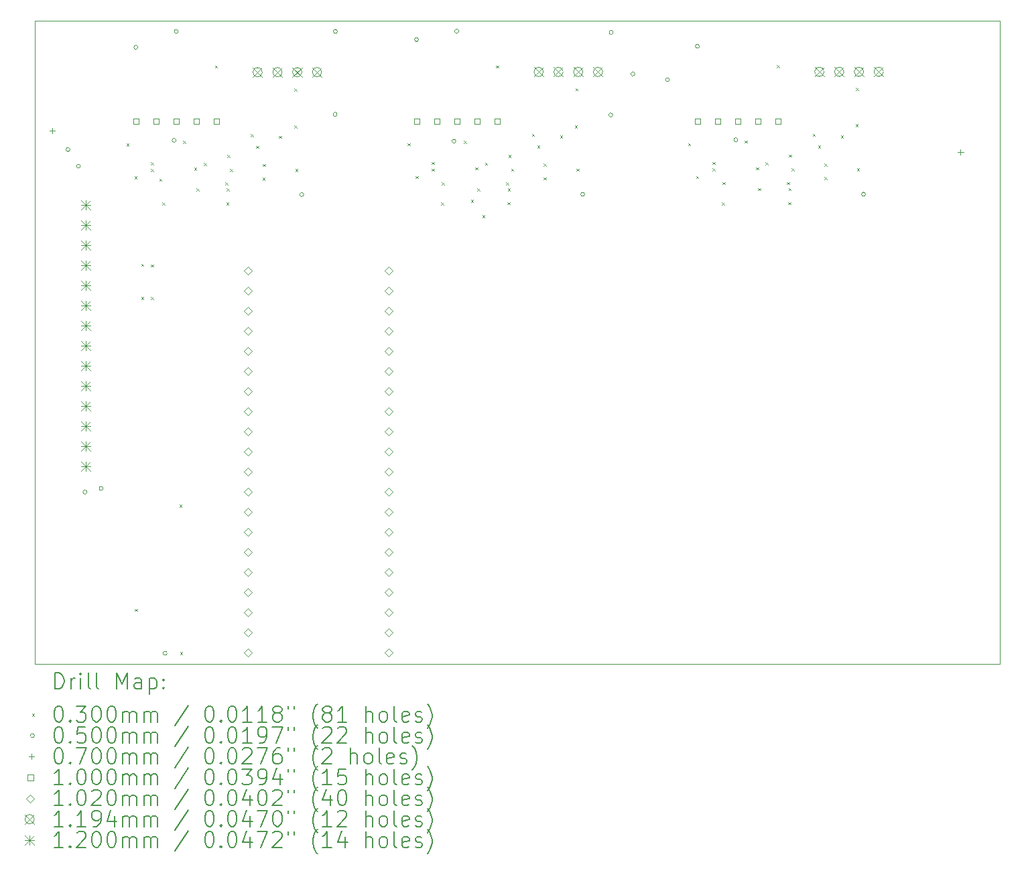
<source format=gbr>
%TF.GenerationSoftware,KiCad,Pcbnew,8.0.8*%
%TF.CreationDate,2025-11-10T08:35:00-07:00*%
%TF.ProjectId,WiegandTest,57696567-616e-4645-9465-73742e6b6963,A*%
%TF.SameCoordinates,Original*%
%TF.FileFunction,Drillmap*%
%TF.FilePolarity,Positive*%
%FSLAX45Y45*%
G04 Gerber Fmt 4.5, Leading zero omitted, Abs format (unit mm)*
G04 Created by KiCad (PCBNEW 8.0.8) date 2025-11-10 08:35:00*
%MOMM*%
%LPD*%
G01*
G04 APERTURE LIST*
%ADD10C,0.050000*%
%ADD11C,0.200000*%
%ADD12C,0.100000*%
%ADD13C,0.102000*%
%ADD14C,0.119380*%
%ADD15C,0.120000*%
G04 APERTURE END LIST*
D10*
X6985000Y-5207000D02*
X19177000Y-5207000D01*
X19177000Y-13335000D01*
X6985000Y-13335000D01*
X6985000Y-5207000D01*
D11*
D12*
X8146020Y-6759180D02*
X8176020Y-6789180D01*
X8176020Y-6759180D02*
X8146020Y-6789180D01*
X8247620Y-7173200D02*
X8277620Y-7203200D01*
X8277620Y-7173200D02*
X8247620Y-7203200D01*
X8250160Y-12639280D02*
X8280160Y-12669280D01*
X8280160Y-12639280D02*
X8250160Y-12669280D01*
X8331440Y-8278100D02*
X8361440Y-8308100D01*
X8361440Y-8278100D02*
X8331440Y-8308100D01*
X8331440Y-8697200D02*
X8361440Y-8727200D01*
X8361440Y-8697200D02*
X8331440Y-8727200D01*
X8453360Y-6995400D02*
X8483360Y-7025400D01*
X8483360Y-6995400D02*
X8453360Y-7025400D01*
X8453360Y-7079220D02*
X8483360Y-7109220D01*
X8483360Y-7079220D02*
X8453360Y-7109220D01*
X8453360Y-8697200D02*
X8483360Y-8727200D01*
X8483360Y-8697200D02*
X8453360Y-8727200D01*
X8455900Y-8285720D02*
X8485900Y-8315720D01*
X8485900Y-8285720D02*
X8455900Y-8315720D01*
X8562580Y-7203680D02*
X8592580Y-7233680D01*
X8592580Y-7203680D02*
X8562580Y-7233680D01*
X8600680Y-7503400D02*
X8630680Y-7533400D01*
X8630680Y-7503400D02*
X8600680Y-7533400D01*
X8816580Y-11323560D02*
X8846580Y-11353560D01*
X8846580Y-11323560D02*
X8816580Y-11353560D01*
X8824200Y-13185380D02*
X8854200Y-13215380D01*
X8854200Y-13185380D02*
X8824200Y-13215380D01*
X8859760Y-6726160D02*
X8889760Y-6756160D01*
X8889760Y-6726160D02*
X8859760Y-6756160D01*
X9002000Y-7063980D02*
X9032000Y-7093980D01*
X9032000Y-7063980D02*
X9002000Y-7093980D01*
X9029940Y-7328140D02*
X9059940Y-7358140D01*
X9059940Y-7328140D02*
X9029940Y-7358140D01*
X9123920Y-7002880D02*
X9153920Y-7032880D01*
X9153920Y-7002880D02*
X9123920Y-7032880D01*
X9265580Y-5774240D02*
X9295580Y-5804240D01*
X9295580Y-5774240D02*
X9265580Y-5804240D01*
X9393160Y-7251940D02*
X9423160Y-7281940D01*
X9423160Y-7251940D02*
X9393160Y-7281940D01*
X9408400Y-7503400D02*
X9438400Y-7533400D01*
X9438400Y-7503400D02*
X9408400Y-7533400D01*
X9413480Y-7328140D02*
X9443480Y-7358140D01*
X9443480Y-7328140D02*
X9413480Y-7358140D01*
X9421100Y-6903960D02*
X9451100Y-6933960D01*
X9451100Y-6903960D02*
X9421100Y-6933960D01*
X9454120Y-7079220D02*
X9484120Y-7109220D01*
X9484120Y-7079220D02*
X9454120Y-7109220D01*
X9718280Y-6639800D02*
X9748280Y-6669800D01*
X9748280Y-6639800D02*
X9718280Y-6669800D01*
X9786860Y-6789660D02*
X9816860Y-6819660D01*
X9816860Y-6789660D02*
X9786860Y-6819660D01*
X9865600Y-7188440D02*
X9895600Y-7218440D01*
X9895600Y-7188440D02*
X9865600Y-7218440D01*
X9868140Y-7015720D02*
X9898140Y-7045720D01*
X9898140Y-7015720D02*
X9868140Y-7045720D01*
X10073880Y-6662660D02*
X10103880Y-6692660D01*
X10103880Y-6662660D02*
X10073880Y-6692660D01*
X10266920Y-6063220D02*
X10296920Y-6093220D01*
X10296920Y-6063220D02*
X10266920Y-6093220D01*
X10266920Y-6528040D02*
X10296920Y-6558040D01*
X10296920Y-6528040D02*
X10266920Y-6558040D01*
X10279620Y-7078990D02*
X10309620Y-7108990D01*
X10309620Y-7078990D02*
X10279620Y-7108990D01*
X11696400Y-6756020D02*
X11726400Y-6786020D01*
X11726400Y-6756020D02*
X11696400Y-6786020D01*
X11798000Y-7170040D02*
X11828000Y-7200040D01*
X11828000Y-7170040D02*
X11798000Y-7200040D01*
X12003740Y-6992240D02*
X12033740Y-7022240D01*
X12033740Y-6992240D02*
X12003740Y-7022240D01*
X12003740Y-7076060D02*
X12033740Y-7106060D01*
X12033740Y-7076060D02*
X12003740Y-7106060D01*
X12120580Y-7505320D02*
X12150580Y-7535320D01*
X12150580Y-7505320D02*
X12120580Y-7535320D01*
X12130740Y-7248780D02*
X12160740Y-7278780D01*
X12160740Y-7248780D02*
X12130740Y-7278780D01*
X12410140Y-6723000D02*
X12440140Y-6753000D01*
X12440140Y-6723000D02*
X12410140Y-6753000D01*
X12496384Y-7468843D02*
X12526384Y-7498843D01*
X12526384Y-7468843D02*
X12496384Y-7498843D01*
X12552380Y-7060820D02*
X12582380Y-7090820D01*
X12582380Y-7060820D02*
X12552380Y-7090820D01*
X12580320Y-7324980D02*
X12610320Y-7354980D01*
X12610320Y-7324980D02*
X12580320Y-7354980D01*
X12641820Y-7663420D02*
X12671820Y-7693420D01*
X12671820Y-7663420D02*
X12641820Y-7693420D01*
X12674300Y-6999720D02*
X12704300Y-7029720D01*
X12704300Y-6999720D02*
X12674300Y-7029720D01*
X12815960Y-5771080D02*
X12845960Y-5801080D01*
X12845960Y-5771080D02*
X12815960Y-5801080D01*
X12943540Y-7248780D02*
X12973540Y-7278780D01*
X12973540Y-7248780D02*
X12943540Y-7278780D01*
X12958780Y-7500240D02*
X12988780Y-7530240D01*
X12988780Y-7500240D02*
X12958780Y-7530240D01*
X12963860Y-7324980D02*
X12993860Y-7354980D01*
X12993860Y-7324980D02*
X12963860Y-7354980D01*
X12971480Y-6900800D02*
X13001480Y-6930800D01*
X13001480Y-6900800D02*
X12971480Y-6930800D01*
X13004500Y-7076060D02*
X13034500Y-7106060D01*
X13034500Y-7076060D02*
X13004500Y-7106060D01*
X13268660Y-6636640D02*
X13298660Y-6666640D01*
X13298660Y-6636640D02*
X13268660Y-6666640D01*
X13337240Y-6786500D02*
X13367240Y-6816500D01*
X13367240Y-6786500D02*
X13337240Y-6816500D01*
X13415980Y-7185280D02*
X13445980Y-7215280D01*
X13445980Y-7185280D02*
X13415980Y-7215280D01*
X13418520Y-7012560D02*
X13448520Y-7042560D01*
X13448520Y-7012560D02*
X13418520Y-7042560D01*
X13624260Y-6659500D02*
X13654260Y-6689500D01*
X13654260Y-6659500D02*
X13624260Y-6689500D01*
X13812220Y-6530580D02*
X13842220Y-6560580D01*
X13842220Y-6530580D02*
X13812220Y-6560580D01*
X13817300Y-6060060D02*
X13847300Y-6090060D01*
X13847300Y-6060060D02*
X13817300Y-6090060D01*
X13830000Y-7075830D02*
X13860000Y-7105830D01*
X13860000Y-7075830D02*
X13830000Y-7105830D01*
X15242780Y-6754100D02*
X15272780Y-6784100D01*
X15272780Y-6754100D02*
X15242780Y-6784100D01*
X15344380Y-7168120D02*
X15374380Y-7198120D01*
X15374380Y-7168120D02*
X15344380Y-7198120D01*
X15550120Y-6990320D02*
X15580120Y-7020320D01*
X15580120Y-6990320D02*
X15550120Y-7020320D01*
X15550120Y-7074140D02*
X15580120Y-7104140D01*
X15580120Y-7074140D02*
X15550120Y-7104140D01*
X15666960Y-7503400D02*
X15696960Y-7533400D01*
X15696960Y-7503400D02*
X15666960Y-7533400D01*
X15677120Y-7246860D02*
X15707120Y-7276860D01*
X15707120Y-7246860D02*
X15677120Y-7276860D01*
X15956520Y-6721080D02*
X15986520Y-6751080D01*
X15986520Y-6721080D02*
X15956520Y-6751080D01*
X16098760Y-7058900D02*
X16128760Y-7088900D01*
X16128760Y-7058900D02*
X16098760Y-7088900D01*
X16126700Y-7323060D02*
X16156700Y-7353060D01*
X16156700Y-7323060D02*
X16126700Y-7353060D01*
X16220680Y-6997800D02*
X16250680Y-7027800D01*
X16250680Y-6997800D02*
X16220680Y-7027800D01*
X16362340Y-5769160D02*
X16392340Y-5799160D01*
X16392340Y-5769160D02*
X16362340Y-5799160D01*
X16489920Y-7246860D02*
X16519920Y-7276860D01*
X16519920Y-7246860D02*
X16489920Y-7276860D01*
X16505160Y-7498320D02*
X16535160Y-7528320D01*
X16535160Y-7498320D02*
X16505160Y-7528320D01*
X16510240Y-7323060D02*
X16540240Y-7353060D01*
X16540240Y-7323060D02*
X16510240Y-7353060D01*
X16517860Y-6898880D02*
X16547860Y-6928880D01*
X16547860Y-6898880D02*
X16517860Y-6928880D01*
X16550880Y-7074140D02*
X16580880Y-7104140D01*
X16580880Y-7074140D02*
X16550880Y-7104140D01*
X16815040Y-6634720D02*
X16845040Y-6664720D01*
X16845040Y-6634720D02*
X16815040Y-6664720D01*
X16883620Y-6784580D02*
X16913620Y-6814580D01*
X16913620Y-6784580D02*
X16883620Y-6814580D01*
X16962360Y-7183360D02*
X16992360Y-7213360D01*
X16992360Y-7183360D02*
X16962360Y-7213360D01*
X16964900Y-7010640D02*
X16994900Y-7040640D01*
X16994900Y-7010640D02*
X16964900Y-7040640D01*
X17170640Y-6657580D02*
X17200640Y-6687580D01*
X17200640Y-6657580D02*
X17170640Y-6687580D01*
X17358600Y-6512800D02*
X17388600Y-6542800D01*
X17388600Y-6512800D02*
X17358600Y-6542800D01*
X17363680Y-6058140D02*
X17393680Y-6088140D01*
X17393680Y-6058140D02*
X17363680Y-6088140D01*
X17376380Y-7073910D02*
X17406380Y-7103910D01*
X17406380Y-7073910D02*
X17376380Y-7103910D01*
X7431640Y-6835140D02*
G75*
G02*
X7381640Y-6835140I-25000J0D01*
G01*
X7381640Y-6835140D02*
G75*
G02*
X7431640Y-6835140I25000J0D01*
G01*
X7563720Y-7045960D02*
G75*
G02*
X7513720Y-7045960I-25000J0D01*
G01*
X7513720Y-7045960D02*
G75*
G02*
X7563720Y-7045960I25000J0D01*
G01*
X7647540Y-11163300D02*
G75*
G02*
X7597540Y-11163300I-25000J0D01*
G01*
X7597540Y-11163300D02*
G75*
G02*
X7647540Y-11163300I25000J0D01*
G01*
X7850740Y-11117580D02*
G75*
G02*
X7800740Y-11117580I-25000J0D01*
G01*
X7800740Y-11117580D02*
G75*
G02*
X7850740Y-11117580I25000J0D01*
G01*
X8289580Y-5542860D02*
G75*
G02*
X8239580Y-5542860I-25000J0D01*
G01*
X8239580Y-5542860D02*
G75*
G02*
X8289580Y-5542860I25000J0D01*
G01*
X8658460Y-13200380D02*
G75*
G02*
X8608460Y-13200380I-25000J0D01*
G01*
X8608460Y-13200380D02*
G75*
G02*
X8658460Y-13200380I25000J0D01*
G01*
X8772760Y-6717500D02*
G75*
G02*
X8722760Y-6717500I-25000J0D01*
G01*
X8722760Y-6717500D02*
G75*
G02*
X8772760Y-6717500I25000J0D01*
G01*
X8799540Y-5341620D02*
G75*
G02*
X8749540Y-5341620I-25000J0D01*
G01*
X8749540Y-5341620D02*
G75*
G02*
X8799540Y-5341620I25000J0D01*
G01*
X10385660Y-7404100D02*
G75*
G02*
X10335660Y-7404100I-25000J0D01*
G01*
X10335660Y-7404100D02*
G75*
G02*
X10385660Y-7404100I25000J0D01*
G01*
X10807300Y-6390640D02*
G75*
G02*
X10757300Y-6390640I-25000J0D01*
G01*
X10757300Y-6390640D02*
G75*
G02*
X10807300Y-6390640I25000J0D01*
G01*
X10809840Y-5341620D02*
G75*
G02*
X10759840Y-5341620I-25000J0D01*
G01*
X10759840Y-5341620D02*
G75*
G02*
X10809840Y-5341620I25000J0D01*
G01*
X11835460Y-5445760D02*
G75*
G02*
X11785460Y-5445760I-25000J0D01*
G01*
X11785460Y-5445760D02*
G75*
G02*
X11835460Y-5445760I25000J0D01*
G01*
X12308340Y-6729140D02*
G75*
G02*
X12258340Y-6729140I-25000J0D01*
G01*
X12258340Y-6729140D02*
G75*
G02*
X12308340Y-6729140I25000J0D01*
G01*
X12343460Y-5339080D02*
G75*
G02*
X12293460Y-5339080I-25000J0D01*
G01*
X12293460Y-5339080D02*
G75*
G02*
X12343460Y-5339080I25000J0D01*
G01*
X13936040Y-7400940D02*
G75*
G02*
X13886040Y-7400940I-25000J0D01*
G01*
X13886040Y-7400940D02*
G75*
G02*
X13936040Y-7400940I25000J0D01*
G01*
X14289100Y-6398260D02*
G75*
G02*
X14239100Y-6398260I-25000J0D01*
G01*
X14239100Y-6398260D02*
G75*
G02*
X14289100Y-6398260I25000J0D01*
G01*
X14294180Y-5354320D02*
G75*
G02*
X14244180Y-5354320I-25000J0D01*
G01*
X14244180Y-5354320D02*
G75*
G02*
X14294180Y-5354320I25000J0D01*
G01*
X14568500Y-5880100D02*
G75*
G02*
X14518500Y-5880100I-25000J0D01*
G01*
X14518500Y-5880100D02*
G75*
G02*
X14568500Y-5880100I25000J0D01*
G01*
X15005920Y-5953760D02*
G75*
G02*
X14955920Y-5953760I-25000J0D01*
G01*
X14955920Y-5953760D02*
G75*
G02*
X15005920Y-5953760I25000J0D01*
G01*
X15384380Y-5529580D02*
G75*
G02*
X15334380Y-5529580I-25000J0D01*
G01*
X15334380Y-5529580D02*
G75*
G02*
X15384380Y-5529580I25000J0D01*
G01*
X15869520Y-6712420D02*
G75*
G02*
X15819520Y-6712420I-25000J0D01*
G01*
X15819520Y-6712420D02*
G75*
G02*
X15869520Y-6712420I25000J0D01*
G01*
X17482420Y-7399020D02*
G75*
G02*
X17432420Y-7399020I-25000J0D01*
G01*
X17432420Y-7399020D02*
G75*
G02*
X17482420Y-7399020I25000J0D01*
G01*
X7211060Y-6563920D02*
X7211060Y-6633920D01*
X7176060Y-6598920D02*
X7246060Y-6598920D01*
X18684240Y-6830620D02*
X18684240Y-6900620D01*
X18649240Y-6865620D02*
X18719240Y-6865620D01*
X8299936Y-6515516D02*
X8299936Y-6444804D01*
X8229224Y-6444804D01*
X8229224Y-6515516D01*
X8299936Y-6515516D01*
X8553936Y-6515516D02*
X8553936Y-6444804D01*
X8483224Y-6444804D01*
X8483224Y-6515516D01*
X8553936Y-6515516D01*
X8807936Y-6515516D02*
X8807936Y-6444804D01*
X8737224Y-6444804D01*
X8737224Y-6515516D01*
X8807936Y-6515516D01*
X9061936Y-6515516D02*
X9061936Y-6444804D01*
X8991224Y-6444804D01*
X8991224Y-6515516D01*
X9061936Y-6515516D01*
X9315936Y-6515516D02*
X9315936Y-6444804D01*
X9245224Y-6444804D01*
X9245224Y-6515516D01*
X9315936Y-6515516D01*
X11850316Y-6512356D02*
X11850316Y-6441644D01*
X11779604Y-6441644D01*
X11779604Y-6512356D01*
X11850316Y-6512356D01*
X12104316Y-6512356D02*
X12104316Y-6441644D01*
X12033604Y-6441644D01*
X12033604Y-6512356D01*
X12104316Y-6512356D01*
X12358316Y-6512356D02*
X12358316Y-6441644D01*
X12287604Y-6441644D01*
X12287604Y-6512356D01*
X12358316Y-6512356D01*
X12612316Y-6512356D02*
X12612316Y-6441644D01*
X12541604Y-6441644D01*
X12541604Y-6512356D01*
X12612316Y-6512356D01*
X12866316Y-6512356D02*
X12866316Y-6441644D01*
X12795604Y-6441644D01*
X12795604Y-6512356D01*
X12866316Y-6512356D01*
X15396696Y-6510436D02*
X15396696Y-6439724D01*
X15325984Y-6439724D01*
X15325984Y-6510436D01*
X15396696Y-6510436D01*
X15650696Y-6510436D02*
X15650696Y-6439724D01*
X15579984Y-6439724D01*
X15579984Y-6510436D01*
X15650696Y-6510436D01*
X15904696Y-6510436D02*
X15904696Y-6439724D01*
X15833984Y-6439724D01*
X15833984Y-6510436D01*
X15904696Y-6510436D01*
X16158696Y-6510436D02*
X16158696Y-6439724D01*
X16087984Y-6439724D01*
X16087984Y-6510436D01*
X16158696Y-6510436D01*
X16412696Y-6510436D02*
X16412696Y-6439724D01*
X16341984Y-6439724D01*
X16341984Y-6510436D01*
X16412696Y-6510436D01*
D13*
X9679940Y-8417760D02*
X9730940Y-8366760D01*
X9679940Y-8315760D01*
X9628940Y-8366760D01*
X9679940Y-8417760D01*
X9679940Y-8671760D02*
X9730940Y-8620760D01*
X9679940Y-8569760D01*
X9628940Y-8620760D01*
X9679940Y-8671760D01*
X9679940Y-8925760D02*
X9730940Y-8874760D01*
X9679940Y-8823760D01*
X9628940Y-8874760D01*
X9679940Y-8925760D01*
X9679940Y-9179760D02*
X9730940Y-9128760D01*
X9679940Y-9077760D01*
X9628940Y-9128760D01*
X9679940Y-9179760D01*
X9679940Y-9433760D02*
X9730940Y-9382760D01*
X9679940Y-9331760D01*
X9628940Y-9382760D01*
X9679940Y-9433760D01*
X9679940Y-9687760D02*
X9730940Y-9636760D01*
X9679940Y-9585760D01*
X9628940Y-9636760D01*
X9679940Y-9687760D01*
X9679940Y-9941760D02*
X9730940Y-9890760D01*
X9679940Y-9839760D01*
X9628940Y-9890760D01*
X9679940Y-9941760D01*
X9679940Y-10195760D02*
X9730940Y-10144760D01*
X9679940Y-10093760D01*
X9628940Y-10144760D01*
X9679940Y-10195760D01*
X9679940Y-10449760D02*
X9730940Y-10398760D01*
X9679940Y-10347760D01*
X9628940Y-10398760D01*
X9679940Y-10449760D01*
X9679940Y-10703760D02*
X9730940Y-10652760D01*
X9679940Y-10601760D01*
X9628940Y-10652760D01*
X9679940Y-10703760D01*
X9679940Y-10957760D02*
X9730940Y-10906760D01*
X9679940Y-10855760D01*
X9628940Y-10906760D01*
X9679940Y-10957760D01*
X9679940Y-11211760D02*
X9730940Y-11160760D01*
X9679940Y-11109760D01*
X9628940Y-11160760D01*
X9679940Y-11211760D01*
X9679940Y-11465760D02*
X9730940Y-11414760D01*
X9679940Y-11363760D01*
X9628940Y-11414760D01*
X9679940Y-11465760D01*
X9679940Y-11719760D02*
X9730940Y-11668760D01*
X9679940Y-11617760D01*
X9628940Y-11668760D01*
X9679940Y-11719760D01*
X9679940Y-11973760D02*
X9730940Y-11922760D01*
X9679940Y-11871760D01*
X9628940Y-11922760D01*
X9679940Y-11973760D01*
X9679940Y-12227760D02*
X9730940Y-12176760D01*
X9679940Y-12125760D01*
X9628940Y-12176760D01*
X9679940Y-12227760D01*
X9679940Y-12481760D02*
X9730940Y-12430760D01*
X9679940Y-12379760D01*
X9628940Y-12430760D01*
X9679940Y-12481760D01*
X9679940Y-12735760D02*
X9730940Y-12684760D01*
X9679940Y-12633760D01*
X9628940Y-12684760D01*
X9679940Y-12735760D01*
X9679940Y-12989760D02*
X9730940Y-12938760D01*
X9679940Y-12887760D01*
X9628940Y-12938760D01*
X9679940Y-12989760D01*
X9679940Y-13243760D02*
X9730940Y-13192760D01*
X9679940Y-13141760D01*
X9628940Y-13192760D01*
X9679940Y-13243760D01*
X11457940Y-8417760D02*
X11508940Y-8366760D01*
X11457940Y-8315760D01*
X11406940Y-8366760D01*
X11457940Y-8417760D01*
X11457940Y-8671760D02*
X11508940Y-8620760D01*
X11457940Y-8569760D01*
X11406940Y-8620760D01*
X11457940Y-8671760D01*
X11457940Y-8925760D02*
X11508940Y-8874760D01*
X11457940Y-8823760D01*
X11406940Y-8874760D01*
X11457940Y-8925760D01*
X11457940Y-9179760D02*
X11508940Y-9128760D01*
X11457940Y-9077760D01*
X11406940Y-9128760D01*
X11457940Y-9179760D01*
X11457940Y-9433760D02*
X11508940Y-9382760D01*
X11457940Y-9331760D01*
X11406940Y-9382760D01*
X11457940Y-9433760D01*
X11457940Y-9687760D02*
X11508940Y-9636760D01*
X11457940Y-9585760D01*
X11406940Y-9636760D01*
X11457940Y-9687760D01*
X11457940Y-9941760D02*
X11508940Y-9890760D01*
X11457940Y-9839760D01*
X11406940Y-9890760D01*
X11457940Y-9941760D01*
X11457940Y-10195760D02*
X11508940Y-10144760D01*
X11457940Y-10093760D01*
X11406940Y-10144760D01*
X11457940Y-10195760D01*
X11457940Y-10449760D02*
X11508940Y-10398760D01*
X11457940Y-10347760D01*
X11406940Y-10398760D01*
X11457940Y-10449760D01*
X11457940Y-10703760D02*
X11508940Y-10652760D01*
X11457940Y-10601760D01*
X11406940Y-10652760D01*
X11457940Y-10703760D01*
X11457940Y-10957760D02*
X11508940Y-10906760D01*
X11457940Y-10855760D01*
X11406940Y-10906760D01*
X11457940Y-10957760D01*
X11457940Y-11211760D02*
X11508940Y-11160760D01*
X11457940Y-11109760D01*
X11406940Y-11160760D01*
X11457940Y-11211760D01*
X11457940Y-11465760D02*
X11508940Y-11414760D01*
X11457940Y-11363760D01*
X11406940Y-11414760D01*
X11457940Y-11465760D01*
X11457940Y-11719760D02*
X11508940Y-11668760D01*
X11457940Y-11617760D01*
X11406940Y-11668760D01*
X11457940Y-11719760D01*
X11457940Y-11973760D02*
X11508940Y-11922760D01*
X11457940Y-11871760D01*
X11406940Y-11922760D01*
X11457940Y-11973760D01*
X11457940Y-12227760D02*
X11508940Y-12176760D01*
X11457940Y-12125760D01*
X11406940Y-12176760D01*
X11457940Y-12227760D01*
X11457940Y-12481760D02*
X11508940Y-12430760D01*
X11457940Y-12379760D01*
X11406940Y-12430760D01*
X11457940Y-12481760D01*
X11457940Y-12735760D02*
X11508940Y-12684760D01*
X11457940Y-12633760D01*
X11406940Y-12684760D01*
X11457940Y-12735760D01*
X11457940Y-12989760D02*
X11508940Y-12938760D01*
X11457940Y-12887760D01*
X11406940Y-12938760D01*
X11457940Y-12989760D01*
X11457940Y-13243760D02*
X11508940Y-13192760D01*
X11457940Y-13141760D01*
X11406940Y-13192760D01*
X11457940Y-13243760D01*
D14*
X9743630Y-5797550D02*
X9863010Y-5916930D01*
X9863010Y-5797550D02*
X9743630Y-5916930D01*
X9863010Y-5857240D02*
G75*
G02*
X9743630Y-5857240I-59690J0D01*
G01*
X9743630Y-5857240D02*
G75*
G02*
X9863010Y-5857240I59690J0D01*
G01*
X9993630Y-5797550D02*
X10113010Y-5916930D01*
X10113010Y-5797550D02*
X9993630Y-5916930D01*
X10113010Y-5857240D02*
G75*
G02*
X9993630Y-5857240I-59690J0D01*
G01*
X9993630Y-5857240D02*
G75*
G02*
X10113010Y-5857240I59690J0D01*
G01*
X10243630Y-5797550D02*
X10363010Y-5916930D01*
X10363010Y-5797550D02*
X10243630Y-5916930D01*
X10363010Y-5857240D02*
G75*
G02*
X10243630Y-5857240I-59690J0D01*
G01*
X10243630Y-5857240D02*
G75*
G02*
X10363010Y-5857240I59690J0D01*
G01*
X10493630Y-5797550D02*
X10613010Y-5916930D01*
X10613010Y-5797550D02*
X10493630Y-5916930D01*
X10613010Y-5857240D02*
G75*
G02*
X10493630Y-5857240I-59690J0D01*
G01*
X10493630Y-5857240D02*
G75*
G02*
X10613010Y-5857240I59690J0D01*
G01*
X13294010Y-5794390D02*
X13413390Y-5913770D01*
X13413390Y-5794390D02*
X13294010Y-5913770D01*
X13413390Y-5854080D02*
G75*
G02*
X13294010Y-5854080I-59690J0D01*
G01*
X13294010Y-5854080D02*
G75*
G02*
X13413390Y-5854080I59690J0D01*
G01*
X13544010Y-5794390D02*
X13663390Y-5913770D01*
X13663390Y-5794390D02*
X13544010Y-5913770D01*
X13663390Y-5854080D02*
G75*
G02*
X13544010Y-5854080I-59690J0D01*
G01*
X13544010Y-5854080D02*
G75*
G02*
X13663390Y-5854080I59690J0D01*
G01*
X13794010Y-5794390D02*
X13913390Y-5913770D01*
X13913390Y-5794390D02*
X13794010Y-5913770D01*
X13913390Y-5854080D02*
G75*
G02*
X13794010Y-5854080I-59690J0D01*
G01*
X13794010Y-5854080D02*
G75*
G02*
X13913390Y-5854080I59690J0D01*
G01*
X14044010Y-5794390D02*
X14163390Y-5913770D01*
X14163390Y-5794390D02*
X14044010Y-5913770D01*
X14163390Y-5854080D02*
G75*
G02*
X14044010Y-5854080I-59690J0D01*
G01*
X14044010Y-5854080D02*
G75*
G02*
X14163390Y-5854080I59690J0D01*
G01*
X16840390Y-5792470D02*
X16959770Y-5911850D01*
X16959770Y-5792470D02*
X16840390Y-5911850D01*
X16959770Y-5852160D02*
G75*
G02*
X16840390Y-5852160I-59690J0D01*
G01*
X16840390Y-5852160D02*
G75*
G02*
X16959770Y-5852160I59690J0D01*
G01*
X17090390Y-5792470D02*
X17209770Y-5911850D01*
X17209770Y-5792470D02*
X17090390Y-5911850D01*
X17209770Y-5852160D02*
G75*
G02*
X17090390Y-5852160I-59690J0D01*
G01*
X17090390Y-5852160D02*
G75*
G02*
X17209770Y-5852160I59690J0D01*
G01*
X17340390Y-5792470D02*
X17459770Y-5911850D01*
X17459770Y-5792470D02*
X17340390Y-5911850D01*
X17459770Y-5852160D02*
G75*
G02*
X17340390Y-5852160I-59690J0D01*
G01*
X17340390Y-5852160D02*
G75*
G02*
X17459770Y-5852160I59690J0D01*
G01*
X17590390Y-5792470D02*
X17709770Y-5911850D01*
X17709770Y-5792470D02*
X17590390Y-5911850D01*
X17709770Y-5852160D02*
G75*
G02*
X17590390Y-5852160I-59690J0D01*
G01*
X17590390Y-5852160D02*
G75*
G02*
X17709770Y-5852160I59690J0D01*
G01*
D15*
X7572700Y-7473640D02*
X7692700Y-7593640D01*
X7692700Y-7473640D02*
X7572700Y-7593640D01*
X7632700Y-7473640D02*
X7632700Y-7593640D01*
X7572700Y-7533640D02*
X7692700Y-7533640D01*
X7572700Y-7727640D02*
X7692700Y-7847640D01*
X7692700Y-7727640D02*
X7572700Y-7847640D01*
X7632700Y-7727640D02*
X7632700Y-7847640D01*
X7572700Y-7787640D02*
X7692700Y-7787640D01*
X7572700Y-7981640D02*
X7692700Y-8101640D01*
X7692700Y-7981640D02*
X7572700Y-8101640D01*
X7632700Y-7981640D02*
X7632700Y-8101640D01*
X7572700Y-8041640D02*
X7692700Y-8041640D01*
X7572700Y-8235640D02*
X7692700Y-8355640D01*
X7692700Y-8235640D02*
X7572700Y-8355640D01*
X7632700Y-8235640D02*
X7632700Y-8355640D01*
X7572700Y-8295640D02*
X7692700Y-8295640D01*
X7572700Y-8489640D02*
X7692700Y-8609640D01*
X7692700Y-8489640D02*
X7572700Y-8609640D01*
X7632700Y-8489640D02*
X7632700Y-8609640D01*
X7572700Y-8549640D02*
X7692700Y-8549640D01*
X7572700Y-8743640D02*
X7692700Y-8863640D01*
X7692700Y-8743640D02*
X7572700Y-8863640D01*
X7632700Y-8743640D02*
X7632700Y-8863640D01*
X7572700Y-8803640D02*
X7692700Y-8803640D01*
X7572700Y-8997640D02*
X7692700Y-9117640D01*
X7692700Y-8997640D02*
X7572700Y-9117640D01*
X7632700Y-8997640D02*
X7632700Y-9117640D01*
X7572700Y-9057640D02*
X7692700Y-9057640D01*
X7572700Y-9251640D02*
X7692700Y-9371640D01*
X7692700Y-9251640D02*
X7572700Y-9371640D01*
X7632700Y-9251640D02*
X7632700Y-9371640D01*
X7572700Y-9311640D02*
X7692700Y-9311640D01*
X7572700Y-9505640D02*
X7692700Y-9625640D01*
X7692700Y-9505640D02*
X7572700Y-9625640D01*
X7632700Y-9505640D02*
X7632700Y-9625640D01*
X7572700Y-9565640D02*
X7692700Y-9565640D01*
X7572700Y-9759640D02*
X7692700Y-9879640D01*
X7692700Y-9759640D02*
X7572700Y-9879640D01*
X7632700Y-9759640D02*
X7632700Y-9879640D01*
X7572700Y-9819640D02*
X7692700Y-9819640D01*
X7572700Y-10013640D02*
X7692700Y-10133640D01*
X7692700Y-10013640D02*
X7572700Y-10133640D01*
X7632700Y-10013640D02*
X7632700Y-10133640D01*
X7572700Y-10073640D02*
X7692700Y-10073640D01*
X7572700Y-10267640D02*
X7692700Y-10387640D01*
X7692700Y-10267640D02*
X7572700Y-10387640D01*
X7632700Y-10267640D02*
X7632700Y-10387640D01*
X7572700Y-10327640D02*
X7692700Y-10327640D01*
X7572700Y-10521640D02*
X7692700Y-10641640D01*
X7692700Y-10521640D02*
X7572700Y-10641640D01*
X7632700Y-10521640D02*
X7632700Y-10641640D01*
X7572700Y-10581640D02*
X7692700Y-10581640D01*
X7572700Y-10775640D02*
X7692700Y-10895640D01*
X7692700Y-10775640D02*
X7572700Y-10895640D01*
X7632700Y-10775640D02*
X7632700Y-10895640D01*
X7572700Y-10835640D02*
X7692700Y-10835640D01*
D11*
X7243277Y-13648984D02*
X7243277Y-13448984D01*
X7243277Y-13448984D02*
X7290896Y-13448984D01*
X7290896Y-13448984D02*
X7319467Y-13458508D01*
X7319467Y-13458508D02*
X7338515Y-13477555D01*
X7338515Y-13477555D02*
X7348039Y-13496603D01*
X7348039Y-13496603D02*
X7357562Y-13534698D01*
X7357562Y-13534698D02*
X7357562Y-13563269D01*
X7357562Y-13563269D02*
X7348039Y-13601365D01*
X7348039Y-13601365D02*
X7338515Y-13620412D01*
X7338515Y-13620412D02*
X7319467Y-13639460D01*
X7319467Y-13639460D02*
X7290896Y-13648984D01*
X7290896Y-13648984D02*
X7243277Y-13648984D01*
X7443277Y-13648984D02*
X7443277Y-13515650D01*
X7443277Y-13553746D02*
X7452801Y-13534698D01*
X7452801Y-13534698D02*
X7462324Y-13525174D01*
X7462324Y-13525174D02*
X7481372Y-13515650D01*
X7481372Y-13515650D02*
X7500420Y-13515650D01*
X7567086Y-13648984D02*
X7567086Y-13515650D01*
X7567086Y-13448984D02*
X7557562Y-13458508D01*
X7557562Y-13458508D02*
X7567086Y-13468031D01*
X7567086Y-13468031D02*
X7576610Y-13458508D01*
X7576610Y-13458508D02*
X7567086Y-13448984D01*
X7567086Y-13448984D02*
X7567086Y-13468031D01*
X7690896Y-13648984D02*
X7671848Y-13639460D01*
X7671848Y-13639460D02*
X7662324Y-13620412D01*
X7662324Y-13620412D02*
X7662324Y-13448984D01*
X7795658Y-13648984D02*
X7776610Y-13639460D01*
X7776610Y-13639460D02*
X7767086Y-13620412D01*
X7767086Y-13620412D02*
X7767086Y-13448984D01*
X8024229Y-13648984D02*
X8024229Y-13448984D01*
X8024229Y-13448984D02*
X8090896Y-13591841D01*
X8090896Y-13591841D02*
X8157562Y-13448984D01*
X8157562Y-13448984D02*
X8157562Y-13648984D01*
X8338515Y-13648984D02*
X8338515Y-13544222D01*
X8338515Y-13544222D02*
X8328991Y-13525174D01*
X8328991Y-13525174D02*
X8309943Y-13515650D01*
X8309943Y-13515650D02*
X8271848Y-13515650D01*
X8271848Y-13515650D02*
X8252801Y-13525174D01*
X8338515Y-13639460D02*
X8319467Y-13648984D01*
X8319467Y-13648984D02*
X8271848Y-13648984D01*
X8271848Y-13648984D02*
X8252801Y-13639460D01*
X8252801Y-13639460D02*
X8243277Y-13620412D01*
X8243277Y-13620412D02*
X8243277Y-13601365D01*
X8243277Y-13601365D02*
X8252801Y-13582317D01*
X8252801Y-13582317D02*
X8271848Y-13572793D01*
X8271848Y-13572793D02*
X8319467Y-13572793D01*
X8319467Y-13572793D02*
X8338515Y-13563269D01*
X8433753Y-13515650D02*
X8433753Y-13715650D01*
X8433753Y-13525174D02*
X8452801Y-13515650D01*
X8452801Y-13515650D02*
X8490896Y-13515650D01*
X8490896Y-13515650D02*
X8509944Y-13525174D01*
X8509944Y-13525174D02*
X8519467Y-13534698D01*
X8519467Y-13534698D02*
X8528991Y-13553746D01*
X8528991Y-13553746D02*
X8528991Y-13610888D01*
X8528991Y-13610888D02*
X8519467Y-13629936D01*
X8519467Y-13629936D02*
X8509944Y-13639460D01*
X8509944Y-13639460D02*
X8490896Y-13648984D01*
X8490896Y-13648984D02*
X8452801Y-13648984D01*
X8452801Y-13648984D02*
X8433753Y-13639460D01*
X8614705Y-13629936D02*
X8624229Y-13639460D01*
X8624229Y-13639460D02*
X8614705Y-13648984D01*
X8614705Y-13648984D02*
X8605182Y-13639460D01*
X8605182Y-13639460D02*
X8614705Y-13629936D01*
X8614705Y-13629936D02*
X8614705Y-13648984D01*
X8614705Y-13525174D02*
X8624229Y-13534698D01*
X8624229Y-13534698D02*
X8614705Y-13544222D01*
X8614705Y-13544222D02*
X8605182Y-13534698D01*
X8605182Y-13534698D02*
X8614705Y-13525174D01*
X8614705Y-13525174D02*
X8614705Y-13544222D01*
D12*
X6952500Y-13962500D02*
X6982500Y-13992500D01*
X6982500Y-13962500D02*
X6952500Y-13992500D01*
D11*
X7281372Y-13868984D02*
X7300420Y-13868984D01*
X7300420Y-13868984D02*
X7319467Y-13878508D01*
X7319467Y-13878508D02*
X7328991Y-13888031D01*
X7328991Y-13888031D02*
X7338515Y-13907079D01*
X7338515Y-13907079D02*
X7348039Y-13945174D01*
X7348039Y-13945174D02*
X7348039Y-13992793D01*
X7348039Y-13992793D02*
X7338515Y-14030888D01*
X7338515Y-14030888D02*
X7328991Y-14049936D01*
X7328991Y-14049936D02*
X7319467Y-14059460D01*
X7319467Y-14059460D02*
X7300420Y-14068984D01*
X7300420Y-14068984D02*
X7281372Y-14068984D01*
X7281372Y-14068984D02*
X7262324Y-14059460D01*
X7262324Y-14059460D02*
X7252801Y-14049936D01*
X7252801Y-14049936D02*
X7243277Y-14030888D01*
X7243277Y-14030888D02*
X7233753Y-13992793D01*
X7233753Y-13992793D02*
X7233753Y-13945174D01*
X7233753Y-13945174D02*
X7243277Y-13907079D01*
X7243277Y-13907079D02*
X7252801Y-13888031D01*
X7252801Y-13888031D02*
X7262324Y-13878508D01*
X7262324Y-13878508D02*
X7281372Y-13868984D01*
X7433753Y-14049936D02*
X7443277Y-14059460D01*
X7443277Y-14059460D02*
X7433753Y-14068984D01*
X7433753Y-14068984D02*
X7424229Y-14059460D01*
X7424229Y-14059460D02*
X7433753Y-14049936D01*
X7433753Y-14049936D02*
X7433753Y-14068984D01*
X7509943Y-13868984D02*
X7633753Y-13868984D01*
X7633753Y-13868984D02*
X7567086Y-13945174D01*
X7567086Y-13945174D02*
X7595658Y-13945174D01*
X7595658Y-13945174D02*
X7614705Y-13954698D01*
X7614705Y-13954698D02*
X7624229Y-13964222D01*
X7624229Y-13964222D02*
X7633753Y-13983269D01*
X7633753Y-13983269D02*
X7633753Y-14030888D01*
X7633753Y-14030888D02*
X7624229Y-14049936D01*
X7624229Y-14049936D02*
X7614705Y-14059460D01*
X7614705Y-14059460D02*
X7595658Y-14068984D01*
X7595658Y-14068984D02*
X7538515Y-14068984D01*
X7538515Y-14068984D02*
X7519467Y-14059460D01*
X7519467Y-14059460D02*
X7509943Y-14049936D01*
X7757562Y-13868984D02*
X7776610Y-13868984D01*
X7776610Y-13868984D02*
X7795658Y-13878508D01*
X7795658Y-13878508D02*
X7805182Y-13888031D01*
X7805182Y-13888031D02*
X7814705Y-13907079D01*
X7814705Y-13907079D02*
X7824229Y-13945174D01*
X7824229Y-13945174D02*
X7824229Y-13992793D01*
X7824229Y-13992793D02*
X7814705Y-14030888D01*
X7814705Y-14030888D02*
X7805182Y-14049936D01*
X7805182Y-14049936D02*
X7795658Y-14059460D01*
X7795658Y-14059460D02*
X7776610Y-14068984D01*
X7776610Y-14068984D02*
X7757562Y-14068984D01*
X7757562Y-14068984D02*
X7738515Y-14059460D01*
X7738515Y-14059460D02*
X7728991Y-14049936D01*
X7728991Y-14049936D02*
X7719467Y-14030888D01*
X7719467Y-14030888D02*
X7709943Y-13992793D01*
X7709943Y-13992793D02*
X7709943Y-13945174D01*
X7709943Y-13945174D02*
X7719467Y-13907079D01*
X7719467Y-13907079D02*
X7728991Y-13888031D01*
X7728991Y-13888031D02*
X7738515Y-13878508D01*
X7738515Y-13878508D02*
X7757562Y-13868984D01*
X7948039Y-13868984D02*
X7967086Y-13868984D01*
X7967086Y-13868984D02*
X7986134Y-13878508D01*
X7986134Y-13878508D02*
X7995658Y-13888031D01*
X7995658Y-13888031D02*
X8005182Y-13907079D01*
X8005182Y-13907079D02*
X8014705Y-13945174D01*
X8014705Y-13945174D02*
X8014705Y-13992793D01*
X8014705Y-13992793D02*
X8005182Y-14030888D01*
X8005182Y-14030888D02*
X7995658Y-14049936D01*
X7995658Y-14049936D02*
X7986134Y-14059460D01*
X7986134Y-14059460D02*
X7967086Y-14068984D01*
X7967086Y-14068984D02*
X7948039Y-14068984D01*
X7948039Y-14068984D02*
X7928991Y-14059460D01*
X7928991Y-14059460D02*
X7919467Y-14049936D01*
X7919467Y-14049936D02*
X7909943Y-14030888D01*
X7909943Y-14030888D02*
X7900420Y-13992793D01*
X7900420Y-13992793D02*
X7900420Y-13945174D01*
X7900420Y-13945174D02*
X7909943Y-13907079D01*
X7909943Y-13907079D02*
X7919467Y-13888031D01*
X7919467Y-13888031D02*
X7928991Y-13878508D01*
X7928991Y-13878508D02*
X7948039Y-13868984D01*
X8100420Y-14068984D02*
X8100420Y-13935650D01*
X8100420Y-13954698D02*
X8109943Y-13945174D01*
X8109943Y-13945174D02*
X8128991Y-13935650D01*
X8128991Y-13935650D02*
X8157563Y-13935650D01*
X8157563Y-13935650D02*
X8176610Y-13945174D01*
X8176610Y-13945174D02*
X8186134Y-13964222D01*
X8186134Y-13964222D02*
X8186134Y-14068984D01*
X8186134Y-13964222D02*
X8195658Y-13945174D01*
X8195658Y-13945174D02*
X8214705Y-13935650D01*
X8214705Y-13935650D02*
X8243277Y-13935650D01*
X8243277Y-13935650D02*
X8262324Y-13945174D01*
X8262324Y-13945174D02*
X8271848Y-13964222D01*
X8271848Y-13964222D02*
X8271848Y-14068984D01*
X8367086Y-14068984D02*
X8367086Y-13935650D01*
X8367086Y-13954698D02*
X8376610Y-13945174D01*
X8376610Y-13945174D02*
X8395658Y-13935650D01*
X8395658Y-13935650D02*
X8424229Y-13935650D01*
X8424229Y-13935650D02*
X8443277Y-13945174D01*
X8443277Y-13945174D02*
X8452801Y-13964222D01*
X8452801Y-13964222D02*
X8452801Y-14068984D01*
X8452801Y-13964222D02*
X8462325Y-13945174D01*
X8462325Y-13945174D02*
X8481372Y-13935650D01*
X8481372Y-13935650D02*
X8509944Y-13935650D01*
X8509944Y-13935650D02*
X8528991Y-13945174D01*
X8528991Y-13945174D02*
X8538515Y-13964222D01*
X8538515Y-13964222D02*
X8538515Y-14068984D01*
X8928991Y-13859460D02*
X8757563Y-14116603D01*
X9186134Y-13868984D02*
X9205182Y-13868984D01*
X9205182Y-13868984D02*
X9224229Y-13878508D01*
X9224229Y-13878508D02*
X9233753Y-13888031D01*
X9233753Y-13888031D02*
X9243277Y-13907079D01*
X9243277Y-13907079D02*
X9252801Y-13945174D01*
X9252801Y-13945174D02*
X9252801Y-13992793D01*
X9252801Y-13992793D02*
X9243277Y-14030888D01*
X9243277Y-14030888D02*
X9233753Y-14049936D01*
X9233753Y-14049936D02*
X9224229Y-14059460D01*
X9224229Y-14059460D02*
X9205182Y-14068984D01*
X9205182Y-14068984D02*
X9186134Y-14068984D01*
X9186134Y-14068984D02*
X9167087Y-14059460D01*
X9167087Y-14059460D02*
X9157563Y-14049936D01*
X9157563Y-14049936D02*
X9148039Y-14030888D01*
X9148039Y-14030888D02*
X9138515Y-13992793D01*
X9138515Y-13992793D02*
X9138515Y-13945174D01*
X9138515Y-13945174D02*
X9148039Y-13907079D01*
X9148039Y-13907079D02*
X9157563Y-13888031D01*
X9157563Y-13888031D02*
X9167087Y-13878508D01*
X9167087Y-13878508D02*
X9186134Y-13868984D01*
X9338515Y-14049936D02*
X9348039Y-14059460D01*
X9348039Y-14059460D02*
X9338515Y-14068984D01*
X9338515Y-14068984D02*
X9328991Y-14059460D01*
X9328991Y-14059460D02*
X9338515Y-14049936D01*
X9338515Y-14049936D02*
X9338515Y-14068984D01*
X9471848Y-13868984D02*
X9490896Y-13868984D01*
X9490896Y-13868984D02*
X9509944Y-13878508D01*
X9509944Y-13878508D02*
X9519468Y-13888031D01*
X9519468Y-13888031D02*
X9528991Y-13907079D01*
X9528991Y-13907079D02*
X9538515Y-13945174D01*
X9538515Y-13945174D02*
X9538515Y-13992793D01*
X9538515Y-13992793D02*
X9528991Y-14030888D01*
X9528991Y-14030888D02*
X9519468Y-14049936D01*
X9519468Y-14049936D02*
X9509944Y-14059460D01*
X9509944Y-14059460D02*
X9490896Y-14068984D01*
X9490896Y-14068984D02*
X9471848Y-14068984D01*
X9471848Y-14068984D02*
X9452801Y-14059460D01*
X9452801Y-14059460D02*
X9443277Y-14049936D01*
X9443277Y-14049936D02*
X9433753Y-14030888D01*
X9433753Y-14030888D02*
X9424229Y-13992793D01*
X9424229Y-13992793D02*
X9424229Y-13945174D01*
X9424229Y-13945174D02*
X9433753Y-13907079D01*
X9433753Y-13907079D02*
X9443277Y-13888031D01*
X9443277Y-13888031D02*
X9452801Y-13878508D01*
X9452801Y-13878508D02*
X9471848Y-13868984D01*
X9728991Y-14068984D02*
X9614706Y-14068984D01*
X9671848Y-14068984D02*
X9671848Y-13868984D01*
X9671848Y-13868984D02*
X9652801Y-13897555D01*
X9652801Y-13897555D02*
X9633753Y-13916603D01*
X9633753Y-13916603D02*
X9614706Y-13926127D01*
X9919468Y-14068984D02*
X9805182Y-14068984D01*
X9862325Y-14068984D02*
X9862325Y-13868984D01*
X9862325Y-13868984D02*
X9843277Y-13897555D01*
X9843277Y-13897555D02*
X9824229Y-13916603D01*
X9824229Y-13916603D02*
X9805182Y-13926127D01*
X10033753Y-13954698D02*
X10014706Y-13945174D01*
X10014706Y-13945174D02*
X10005182Y-13935650D01*
X10005182Y-13935650D02*
X9995658Y-13916603D01*
X9995658Y-13916603D02*
X9995658Y-13907079D01*
X9995658Y-13907079D02*
X10005182Y-13888031D01*
X10005182Y-13888031D02*
X10014706Y-13878508D01*
X10014706Y-13878508D02*
X10033753Y-13868984D01*
X10033753Y-13868984D02*
X10071849Y-13868984D01*
X10071849Y-13868984D02*
X10090896Y-13878508D01*
X10090896Y-13878508D02*
X10100420Y-13888031D01*
X10100420Y-13888031D02*
X10109944Y-13907079D01*
X10109944Y-13907079D02*
X10109944Y-13916603D01*
X10109944Y-13916603D02*
X10100420Y-13935650D01*
X10100420Y-13935650D02*
X10090896Y-13945174D01*
X10090896Y-13945174D02*
X10071849Y-13954698D01*
X10071849Y-13954698D02*
X10033753Y-13954698D01*
X10033753Y-13954698D02*
X10014706Y-13964222D01*
X10014706Y-13964222D02*
X10005182Y-13973746D01*
X10005182Y-13973746D02*
X9995658Y-13992793D01*
X9995658Y-13992793D02*
X9995658Y-14030888D01*
X9995658Y-14030888D02*
X10005182Y-14049936D01*
X10005182Y-14049936D02*
X10014706Y-14059460D01*
X10014706Y-14059460D02*
X10033753Y-14068984D01*
X10033753Y-14068984D02*
X10071849Y-14068984D01*
X10071849Y-14068984D02*
X10090896Y-14059460D01*
X10090896Y-14059460D02*
X10100420Y-14049936D01*
X10100420Y-14049936D02*
X10109944Y-14030888D01*
X10109944Y-14030888D02*
X10109944Y-13992793D01*
X10109944Y-13992793D02*
X10100420Y-13973746D01*
X10100420Y-13973746D02*
X10090896Y-13964222D01*
X10090896Y-13964222D02*
X10071849Y-13954698D01*
X10186134Y-13868984D02*
X10186134Y-13907079D01*
X10262325Y-13868984D02*
X10262325Y-13907079D01*
X10557563Y-14145174D02*
X10548039Y-14135650D01*
X10548039Y-14135650D02*
X10528991Y-14107079D01*
X10528991Y-14107079D02*
X10519468Y-14088031D01*
X10519468Y-14088031D02*
X10509944Y-14059460D01*
X10509944Y-14059460D02*
X10500420Y-14011841D01*
X10500420Y-14011841D02*
X10500420Y-13973746D01*
X10500420Y-13973746D02*
X10509944Y-13926127D01*
X10509944Y-13926127D02*
X10519468Y-13897555D01*
X10519468Y-13897555D02*
X10528991Y-13878508D01*
X10528991Y-13878508D02*
X10548039Y-13849936D01*
X10548039Y-13849936D02*
X10557563Y-13840412D01*
X10662325Y-13954698D02*
X10643277Y-13945174D01*
X10643277Y-13945174D02*
X10633753Y-13935650D01*
X10633753Y-13935650D02*
X10624230Y-13916603D01*
X10624230Y-13916603D02*
X10624230Y-13907079D01*
X10624230Y-13907079D02*
X10633753Y-13888031D01*
X10633753Y-13888031D02*
X10643277Y-13878508D01*
X10643277Y-13878508D02*
X10662325Y-13868984D01*
X10662325Y-13868984D02*
X10700420Y-13868984D01*
X10700420Y-13868984D02*
X10719468Y-13878508D01*
X10719468Y-13878508D02*
X10728991Y-13888031D01*
X10728991Y-13888031D02*
X10738515Y-13907079D01*
X10738515Y-13907079D02*
X10738515Y-13916603D01*
X10738515Y-13916603D02*
X10728991Y-13935650D01*
X10728991Y-13935650D02*
X10719468Y-13945174D01*
X10719468Y-13945174D02*
X10700420Y-13954698D01*
X10700420Y-13954698D02*
X10662325Y-13954698D01*
X10662325Y-13954698D02*
X10643277Y-13964222D01*
X10643277Y-13964222D02*
X10633753Y-13973746D01*
X10633753Y-13973746D02*
X10624230Y-13992793D01*
X10624230Y-13992793D02*
X10624230Y-14030888D01*
X10624230Y-14030888D02*
X10633753Y-14049936D01*
X10633753Y-14049936D02*
X10643277Y-14059460D01*
X10643277Y-14059460D02*
X10662325Y-14068984D01*
X10662325Y-14068984D02*
X10700420Y-14068984D01*
X10700420Y-14068984D02*
X10719468Y-14059460D01*
X10719468Y-14059460D02*
X10728991Y-14049936D01*
X10728991Y-14049936D02*
X10738515Y-14030888D01*
X10738515Y-14030888D02*
X10738515Y-13992793D01*
X10738515Y-13992793D02*
X10728991Y-13973746D01*
X10728991Y-13973746D02*
X10719468Y-13964222D01*
X10719468Y-13964222D02*
X10700420Y-13954698D01*
X10928991Y-14068984D02*
X10814706Y-14068984D01*
X10871849Y-14068984D02*
X10871849Y-13868984D01*
X10871849Y-13868984D02*
X10852801Y-13897555D01*
X10852801Y-13897555D02*
X10833753Y-13916603D01*
X10833753Y-13916603D02*
X10814706Y-13926127D01*
X11167087Y-14068984D02*
X11167087Y-13868984D01*
X11252801Y-14068984D02*
X11252801Y-13964222D01*
X11252801Y-13964222D02*
X11243277Y-13945174D01*
X11243277Y-13945174D02*
X11224230Y-13935650D01*
X11224230Y-13935650D02*
X11195658Y-13935650D01*
X11195658Y-13935650D02*
X11176611Y-13945174D01*
X11176611Y-13945174D02*
X11167087Y-13954698D01*
X11376610Y-14068984D02*
X11357563Y-14059460D01*
X11357563Y-14059460D02*
X11348039Y-14049936D01*
X11348039Y-14049936D02*
X11338515Y-14030888D01*
X11338515Y-14030888D02*
X11338515Y-13973746D01*
X11338515Y-13973746D02*
X11348039Y-13954698D01*
X11348039Y-13954698D02*
X11357563Y-13945174D01*
X11357563Y-13945174D02*
X11376610Y-13935650D01*
X11376610Y-13935650D02*
X11405182Y-13935650D01*
X11405182Y-13935650D02*
X11424230Y-13945174D01*
X11424230Y-13945174D02*
X11433753Y-13954698D01*
X11433753Y-13954698D02*
X11443277Y-13973746D01*
X11443277Y-13973746D02*
X11443277Y-14030888D01*
X11443277Y-14030888D02*
X11433753Y-14049936D01*
X11433753Y-14049936D02*
X11424230Y-14059460D01*
X11424230Y-14059460D02*
X11405182Y-14068984D01*
X11405182Y-14068984D02*
X11376610Y-14068984D01*
X11557563Y-14068984D02*
X11538515Y-14059460D01*
X11538515Y-14059460D02*
X11528991Y-14040412D01*
X11528991Y-14040412D02*
X11528991Y-13868984D01*
X11709944Y-14059460D02*
X11690896Y-14068984D01*
X11690896Y-14068984D02*
X11652801Y-14068984D01*
X11652801Y-14068984D02*
X11633753Y-14059460D01*
X11633753Y-14059460D02*
X11624230Y-14040412D01*
X11624230Y-14040412D02*
X11624230Y-13964222D01*
X11624230Y-13964222D02*
X11633753Y-13945174D01*
X11633753Y-13945174D02*
X11652801Y-13935650D01*
X11652801Y-13935650D02*
X11690896Y-13935650D01*
X11690896Y-13935650D02*
X11709944Y-13945174D01*
X11709944Y-13945174D02*
X11719468Y-13964222D01*
X11719468Y-13964222D02*
X11719468Y-13983269D01*
X11719468Y-13983269D02*
X11624230Y-14002317D01*
X11795658Y-14059460D02*
X11814706Y-14068984D01*
X11814706Y-14068984D02*
X11852801Y-14068984D01*
X11852801Y-14068984D02*
X11871849Y-14059460D01*
X11871849Y-14059460D02*
X11881372Y-14040412D01*
X11881372Y-14040412D02*
X11881372Y-14030888D01*
X11881372Y-14030888D02*
X11871849Y-14011841D01*
X11871849Y-14011841D02*
X11852801Y-14002317D01*
X11852801Y-14002317D02*
X11824230Y-14002317D01*
X11824230Y-14002317D02*
X11805182Y-13992793D01*
X11805182Y-13992793D02*
X11795658Y-13973746D01*
X11795658Y-13973746D02*
X11795658Y-13964222D01*
X11795658Y-13964222D02*
X11805182Y-13945174D01*
X11805182Y-13945174D02*
X11824230Y-13935650D01*
X11824230Y-13935650D02*
X11852801Y-13935650D01*
X11852801Y-13935650D02*
X11871849Y-13945174D01*
X11948039Y-14145174D02*
X11957563Y-14135650D01*
X11957563Y-14135650D02*
X11976611Y-14107079D01*
X11976611Y-14107079D02*
X11986134Y-14088031D01*
X11986134Y-14088031D02*
X11995658Y-14059460D01*
X11995658Y-14059460D02*
X12005182Y-14011841D01*
X12005182Y-14011841D02*
X12005182Y-13973746D01*
X12005182Y-13973746D02*
X11995658Y-13926127D01*
X11995658Y-13926127D02*
X11986134Y-13897555D01*
X11986134Y-13897555D02*
X11976611Y-13878508D01*
X11976611Y-13878508D02*
X11957563Y-13849936D01*
X11957563Y-13849936D02*
X11948039Y-13840412D01*
D12*
X6982500Y-14241500D02*
G75*
G02*
X6932500Y-14241500I-25000J0D01*
G01*
X6932500Y-14241500D02*
G75*
G02*
X6982500Y-14241500I25000J0D01*
G01*
D11*
X7281372Y-14132984D02*
X7300420Y-14132984D01*
X7300420Y-14132984D02*
X7319467Y-14142508D01*
X7319467Y-14142508D02*
X7328991Y-14152031D01*
X7328991Y-14152031D02*
X7338515Y-14171079D01*
X7338515Y-14171079D02*
X7348039Y-14209174D01*
X7348039Y-14209174D02*
X7348039Y-14256793D01*
X7348039Y-14256793D02*
X7338515Y-14294888D01*
X7338515Y-14294888D02*
X7328991Y-14313936D01*
X7328991Y-14313936D02*
X7319467Y-14323460D01*
X7319467Y-14323460D02*
X7300420Y-14332984D01*
X7300420Y-14332984D02*
X7281372Y-14332984D01*
X7281372Y-14332984D02*
X7262324Y-14323460D01*
X7262324Y-14323460D02*
X7252801Y-14313936D01*
X7252801Y-14313936D02*
X7243277Y-14294888D01*
X7243277Y-14294888D02*
X7233753Y-14256793D01*
X7233753Y-14256793D02*
X7233753Y-14209174D01*
X7233753Y-14209174D02*
X7243277Y-14171079D01*
X7243277Y-14171079D02*
X7252801Y-14152031D01*
X7252801Y-14152031D02*
X7262324Y-14142508D01*
X7262324Y-14142508D02*
X7281372Y-14132984D01*
X7433753Y-14313936D02*
X7443277Y-14323460D01*
X7443277Y-14323460D02*
X7433753Y-14332984D01*
X7433753Y-14332984D02*
X7424229Y-14323460D01*
X7424229Y-14323460D02*
X7433753Y-14313936D01*
X7433753Y-14313936D02*
X7433753Y-14332984D01*
X7624229Y-14132984D02*
X7528991Y-14132984D01*
X7528991Y-14132984D02*
X7519467Y-14228222D01*
X7519467Y-14228222D02*
X7528991Y-14218698D01*
X7528991Y-14218698D02*
X7548039Y-14209174D01*
X7548039Y-14209174D02*
X7595658Y-14209174D01*
X7595658Y-14209174D02*
X7614705Y-14218698D01*
X7614705Y-14218698D02*
X7624229Y-14228222D01*
X7624229Y-14228222D02*
X7633753Y-14247269D01*
X7633753Y-14247269D02*
X7633753Y-14294888D01*
X7633753Y-14294888D02*
X7624229Y-14313936D01*
X7624229Y-14313936D02*
X7614705Y-14323460D01*
X7614705Y-14323460D02*
X7595658Y-14332984D01*
X7595658Y-14332984D02*
X7548039Y-14332984D01*
X7548039Y-14332984D02*
X7528991Y-14323460D01*
X7528991Y-14323460D02*
X7519467Y-14313936D01*
X7757562Y-14132984D02*
X7776610Y-14132984D01*
X7776610Y-14132984D02*
X7795658Y-14142508D01*
X7795658Y-14142508D02*
X7805182Y-14152031D01*
X7805182Y-14152031D02*
X7814705Y-14171079D01*
X7814705Y-14171079D02*
X7824229Y-14209174D01*
X7824229Y-14209174D02*
X7824229Y-14256793D01*
X7824229Y-14256793D02*
X7814705Y-14294888D01*
X7814705Y-14294888D02*
X7805182Y-14313936D01*
X7805182Y-14313936D02*
X7795658Y-14323460D01*
X7795658Y-14323460D02*
X7776610Y-14332984D01*
X7776610Y-14332984D02*
X7757562Y-14332984D01*
X7757562Y-14332984D02*
X7738515Y-14323460D01*
X7738515Y-14323460D02*
X7728991Y-14313936D01*
X7728991Y-14313936D02*
X7719467Y-14294888D01*
X7719467Y-14294888D02*
X7709943Y-14256793D01*
X7709943Y-14256793D02*
X7709943Y-14209174D01*
X7709943Y-14209174D02*
X7719467Y-14171079D01*
X7719467Y-14171079D02*
X7728991Y-14152031D01*
X7728991Y-14152031D02*
X7738515Y-14142508D01*
X7738515Y-14142508D02*
X7757562Y-14132984D01*
X7948039Y-14132984D02*
X7967086Y-14132984D01*
X7967086Y-14132984D02*
X7986134Y-14142508D01*
X7986134Y-14142508D02*
X7995658Y-14152031D01*
X7995658Y-14152031D02*
X8005182Y-14171079D01*
X8005182Y-14171079D02*
X8014705Y-14209174D01*
X8014705Y-14209174D02*
X8014705Y-14256793D01*
X8014705Y-14256793D02*
X8005182Y-14294888D01*
X8005182Y-14294888D02*
X7995658Y-14313936D01*
X7995658Y-14313936D02*
X7986134Y-14323460D01*
X7986134Y-14323460D02*
X7967086Y-14332984D01*
X7967086Y-14332984D02*
X7948039Y-14332984D01*
X7948039Y-14332984D02*
X7928991Y-14323460D01*
X7928991Y-14323460D02*
X7919467Y-14313936D01*
X7919467Y-14313936D02*
X7909943Y-14294888D01*
X7909943Y-14294888D02*
X7900420Y-14256793D01*
X7900420Y-14256793D02*
X7900420Y-14209174D01*
X7900420Y-14209174D02*
X7909943Y-14171079D01*
X7909943Y-14171079D02*
X7919467Y-14152031D01*
X7919467Y-14152031D02*
X7928991Y-14142508D01*
X7928991Y-14142508D02*
X7948039Y-14132984D01*
X8100420Y-14332984D02*
X8100420Y-14199650D01*
X8100420Y-14218698D02*
X8109943Y-14209174D01*
X8109943Y-14209174D02*
X8128991Y-14199650D01*
X8128991Y-14199650D02*
X8157563Y-14199650D01*
X8157563Y-14199650D02*
X8176610Y-14209174D01*
X8176610Y-14209174D02*
X8186134Y-14228222D01*
X8186134Y-14228222D02*
X8186134Y-14332984D01*
X8186134Y-14228222D02*
X8195658Y-14209174D01*
X8195658Y-14209174D02*
X8214705Y-14199650D01*
X8214705Y-14199650D02*
X8243277Y-14199650D01*
X8243277Y-14199650D02*
X8262324Y-14209174D01*
X8262324Y-14209174D02*
X8271848Y-14228222D01*
X8271848Y-14228222D02*
X8271848Y-14332984D01*
X8367086Y-14332984D02*
X8367086Y-14199650D01*
X8367086Y-14218698D02*
X8376610Y-14209174D01*
X8376610Y-14209174D02*
X8395658Y-14199650D01*
X8395658Y-14199650D02*
X8424229Y-14199650D01*
X8424229Y-14199650D02*
X8443277Y-14209174D01*
X8443277Y-14209174D02*
X8452801Y-14228222D01*
X8452801Y-14228222D02*
X8452801Y-14332984D01*
X8452801Y-14228222D02*
X8462325Y-14209174D01*
X8462325Y-14209174D02*
X8481372Y-14199650D01*
X8481372Y-14199650D02*
X8509944Y-14199650D01*
X8509944Y-14199650D02*
X8528991Y-14209174D01*
X8528991Y-14209174D02*
X8538515Y-14228222D01*
X8538515Y-14228222D02*
X8538515Y-14332984D01*
X8928991Y-14123460D02*
X8757563Y-14380603D01*
X9186134Y-14132984D02*
X9205182Y-14132984D01*
X9205182Y-14132984D02*
X9224229Y-14142508D01*
X9224229Y-14142508D02*
X9233753Y-14152031D01*
X9233753Y-14152031D02*
X9243277Y-14171079D01*
X9243277Y-14171079D02*
X9252801Y-14209174D01*
X9252801Y-14209174D02*
X9252801Y-14256793D01*
X9252801Y-14256793D02*
X9243277Y-14294888D01*
X9243277Y-14294888D02*
X9233753Y-14313936D01*
X9233753Y-14313936D02*
X9224229Y-14323460D01*
X9224229Y-14323460D02*
X9205182Y-14332984D01*
X9205182Y-14332984D02*
X9186134Y-14332984D01*
X9186134Y-14332984D02*
X9167087Y-14323460D01*
X9167087Y-14323460D02*
X9157563Y-14313936D01*
X9157563Y-14313936D02*
X9148039Y-14294888D01*
X9148039Y-14294888D02*
X9138515Y-14256793D01*
X9138515Y-14256793D02*
X9138515Y-14209174D01*
X9138515Y-14209174D02*
X9148039Y-14171079D01*
X9148039Y-14171079D02*
X9157563Y-14152031D01*
X9157563Y-14152031D02*
X9167087Y-14142508D01*
X9167087Y-14142508D02*
X9186134Y-14132984D01*
X9338515Y-14313936D02*
X9348039Y-14323460D01*
X9348039Y-14323460D02*
X9338515Y-14332984D01*
X9338515Y-14332984D02*
X9328991Y-14323460D01*
X9328991Y-14323460D02*
X9338515Y-14313936D01*
X9338515Y-14313936D02*
X9338515Y-14332984D01*
X9471848Y-14132984D02*
X9490896Y-14132984D01*
X9490896Y-14132984D02*
X9509944Y-14142508D01*
X9509944Y-14142508D02*
X9519468Y-14152031D01*
X9519468Y-14152031D02*
X9528991Y-14171079D01*
X9528991Y-14171079D02*
X9538515Y-14209174D01*
X9538515Y-14209174D02*
X9538515Y-14256793D01*
X9538515Y-14256793D02*
X9528991Y-14294888D01*
X9528991Y-14294888D02*
X9519468Y-14313936D01*
X9519468Y-14313936D02*
X9509944Y-14323460D01*
X9509944Y-14323460D02*
X9490896Y-14332984D01*
X9490896Y-14332984D02*
X9471848Y-14332984D01*
X9471848Y-14332984D02*
X9452801Y-14323460D01*
X9452801Y-14323460D02*
X9443277Y-14313936D01*
X9443277Y-14313936D02*
X9433753Y-14294888D01*
X9433753Y-14294888D02*
X9424229Y-14256793D01*
X9424229Y-14256793D02*
X9424229Y-14209174D01*
X9424229Y-14209174D02*
X9433753Y-14171079D01*
X9433753Y-14171079D02*
X9443277Y-14152031D01*
X9443277Y-14152031D02*
X9452801Y-14142508D01*
X9452801Y-14142508D02*
X9471848Y-14132984D01*
X9728991Y-14332984D02*
X9614706Y-14332984D01*
X9671848Y-14332984D02*
X9671848Y-14132984D01*
X9671848Y-14132984D02*
X9652801Y-14161555D01*
X9652801Y-14161555D02*
X9633753Y-14180603D01*
X9633753Y-14180603D02*
X9614706Y-14190127D01*
X9824229Y-14332984D02*
X9862325Y-14332984D01*
X9862325Y-14332984D02*
X9881372Y-14323460D01*
X9881372Y-14323460D02*
X9890896Y-14313936D01*
X9890896Y-14313936D02*
X9909944Y-14285365D01*
X9909944Y-14285365D02*
X9919468Y-14247269D01*
X9919468Y-14247269D02*
X9919468Y-14171079D01*
X9919468Y-14171079D02*
X9909944Y-14152031D01*
X9909944Y-14152031D02*
X9900420Y-14142508D01*
X9900420Y-14142508D02*
X9881372Y-14132984D01*
X9881372Y-14132984D02*
X9843277Y-14132984D01*
X9843277Y-14132984D02*
X9824229Y-14142508D01*
X9824229Y-14142508D02*
X9814706Y-14152031D01*
X9814706Y-14152031D02*
X9805182Y-14171079D01*
X9805182Y-14171079D02*
X9805182Y-14218698D01*
X9805182Y-14218698D02*
X9814706Y-14237746D01*
X9814706Y-14237746D02*
X9824229Y-14247269D01*
X9824229Y-14247269D02*
X9843277Y-14256793D01*
X9843277Y-14256793D02*
X9881372Y-14256793D01*
X9881372Y-14256793D02*
X9900420Y-14247269D01*
X9900420Y-14247269D02*
X9909944Y-14237746D01*
X9909944Y-14237746D02*
X9919468Y-14218698D01*
X9986134Y-14132984D02*
X10119468Y-14132984D01*
X10119468Y-14132984D02*
X10033753Y-14332984D01*
X10186134Y-14132984D02*
X10186134Y-14171079D01*
X10262325Y-14132984D02*
X10262325Y-14171079D01*
X10557563Y-14409174D02*
X10548039Y-14399650D01*
X10548039Y-14399650D02*
X10528991Y-14371079D01*
X10528991Y-14371079D02*
X10519468Y-14352031D01*
X10519468Y-14352031D02*
X10509944Y-14323460D01*
X10509944Y-14323460D02*
X10500420Y-14275841D01*
X10500420Y-14275841D02*
X10500420Y-14237746D01*
X10500420Y-14237746D02*
X10509944Y-14190127D01*
X10509944Y-14190127D02*
X10519468Y-14161555D01*
X10519468Y-14161555D02*
X10528991Y-14142508D01*
X10528991Y-14142508D02*
X10548039Y-14113936D01*
X10548039Y-14113936D02*
X10557563Y-14104412D01*
X10624230Y-14152031D02*
X10633753Y-14142508D01*
X10633753Y-14142508D02*
X10652801Y-14132984D01*
X10652801Y-14132984D02*
X10700420Y-14132984D01*
X10700420Y-14132984D02*
X10719468Y-14142508D01*
X10719468Y-14142508D02*
X10728991Y-14152031D01*
X10728991Y-14152031D02*
X10738515Y-14171079D01*
X10738515Y-14171079D02*
X10738515Y-14190127D01*
X10738515Y-14190127D02*
X10728991Y-14218698D01*
X10728991Y-14218698D02*
X10614706Y-14332984D01*
X10614706Y-14332984D02*
X10738515Y-14332984D01*
X10814706Y-14152031D02*
X10824230Y-14142508D01*
X10824230Y-14142508D02*
X10843277Y-14132984D01*
X10843277Y-14132984D02*
X10890896Y-14132984D01*
X10890896Y-14132984D02*
X10909944Y-14142508D01*
X10909944Y-14142508D02*
X10919468Y-14152031D01*
X10919468Y-14152031D02*
X10928991Y-14171079D01*
X10928991Y-14171079D02*
X10928991Y-14190127D01*
X10928991Y-14190127D02*
X10919468Y-14218698D01*
X10919468Y-14218698D02*
X10805182Y-14332984D01*
X10805182Y-14332984D02*
X10928991Y-14332984D01*
X11167087Y-14332984D02*
X11167087Y-14132984D01*
X11252801Y-14332984D02*
X11252801Y-14228222D01*
X11252801Y-14228222D02*
X11243277Y-14209174D01*
X11243277Y-14209174D02*
X11224230Y-14199650D01*
X11224230Y-14199650D02*
X11195658Y-14199650D01*
X11195658Y-14199650D02*
X11176611Y-14209174D01*
X11176611Y-14209174D02*
X11167087Y-14218698D01*
X11376610Y-14332984D02*
X11357563Y-14323460D01*
X11357563Y-14323460D02*
X11348039Y-14313936D01*
X11348039Y-14313936D02*
X11338515Y-14294888D01*
X11338515Y-14294888D02*
X11338515Y-14237746D01*
X11338515Y-14237746D02*
X11348039Y-14218698D01*
X11348039Y-14218698D02*
X11357563Y-14209174D01*
X11357563Y-14209174D02*
X11376610Y-14199650D01*
X11376610Y-14199650D02*
X11405182Y-14199650D01*
X11405182Y-14199650D02*
X11424230Y-14209174D01*
X11424230Y-14209174D02*
X11433753Y-14218698D01*
X11433753Y-14218698D02*
X11443277Y-14237746D01*
X11443277Y-14237746D02*
X11443277Y-14294888D01*
X11443277Y-14294888D02*
X11433753Y-14313936D01*
X11433753Y-14313936D02*
X11424230Y-14323460D01*
X11424230Y-14323460D02*
X11405182Y-14332984D01*
X11405182Y-14332984D02*
X11376610Y-14332984D01*
X11557563Y-14332984D02*
X11538515Y-14323460D01*
X11538515Y-14323460D02*
X11528991Y-14304412D01*
X11528991Y-14304412D02*
X11528991Y-14132984D01*
X11709944Y-14323460D02*
X11690896Y-14332984D01*
X11690896Y-14332984D02*
X11652801Y-14332984D01*
X11652801Y-14332984D02*
X11633753Y-14323460D01*
X11633753Y-14323460D02*
X11624230Y-14304412D01*
X11624230Y-14304412D02*
X11624230Y-14228222D01*
X11624230Y-14228222D02*
X11633753Y-14209174D01*
X11633753Y-14209174D02*
X11652801Y-14199650D01*
X11652801Y-14199650D02*
X11690896Y-14199650D01*
X11690896Y-14199650D02*
X11709944Y-14209174D01*
X11709944Y-14209174D02*
X11719468Y-14228222D01*
X11719468Y-14228222D02*
X11719468Y-14247269D01*
X11719468Y-14247269D02*
X11624230Y-14266317D01*
X11795658Y-14323460D02*
X11814706Y-14332984D01*
X11814706Y-14332984D02*
X11852801Y-14332984D01*
X11852801Y-14332984D02*
X11871849Y-14323460D01*
X11871849Y-14323460D02*
X11881372Y-14304412D01*
X11881372Y-14304412D02*
X11881372Y-14294888D01*
X11881372Y-14294888D02*
X11871849Y-14275841D01*
X11871849Y-14275841D02*
X11852801Y-14266317D01*
X11852801Y-14266317D02*
X11824230Y-14266317D01*
X11824230Y-14266317D02*
X11805182Y-14256793D01*
X11805182Y-14256793D02*
X11795658Y-14237746D01*
X11795658Y-14237746D02*
X11795658Y-14228222D01*
X11795658Y-14228222D02*
X11805182Y-14209174D01*
X11805182Y-14209174D02*
X11824230Y-14199650D01*
X11824230Y-14199650D02*
X11852801Y-14199650D01*
X11852801Y-14199650D02*
X11871849Y-14209174D01*
X11948039Y-14409174D02*
X11957563Y-14399650D01*
X11957563Y-14399650D02*
X11976611Y-14371079D01*
X11976611Y-14371079D02*
X11986134Y-14352031D01*
X11986134Y-14352031D02*
X11995658Y-14323460D01*
X11995658Y-14323460D02*
X12005182Y-14275841D01*
X12005182Y-14275841D02*
X12005182Y-14237746D01*
X12005182Y-14237746D02*
X11995658Y-14190127D01*
X11995658Y-14190127D02*
X11986134Y-14161555D01*
X11986134Y-14161555D02*
X11976611Y-14142508D01*
X11976611Y-14142508D02*
X11957563Y-14113936D01*
X11957563Y-14113936D02*
X11948039Y-14104412D01*
D12*
X6947500Y-14470500D02*
X6947500Y-14540500D01*
X6912500Y-14505500D02*
X6982500Y-14505500D01*
D11*
X7281372Y-14396984D02*
X7300420Y-14396984D01*
X7300420Y-14396984D02*
X7319467Y-14406508D01*
X7319467Y-14406508D02*
X7328991Y-14416031D01*
X7328991Y-14416031D02*
X7338515Y-14435079D01*
X7338515Y-14435079D02*
X7348039Y-14473174D01*
X7348039Y-14473174D02*
X7348039Y-14520793D01*
X7348039Y-14520793D02*
X7338515Y-14558888D01*
X7338515Y-14558888D02*
X7328991Y-14577936D01*
X7328991Y-14577936D02*
X7319467Y-14587460D01*
X7319467Y-14587460D02*
X7300420Y-14596984D01*
X7300420Y-14596984D02*
X7281372Y-14596984D01*
X7281372Y-14596984D02*
X7262324Y-14587460D01*
X7262324Y-14587460D02*
X7252801Y-14577936D01*
X7252801Y-14577936D02*
X7243277Y-14558888D01*
X7243277Y-14558888D02*
X7233753Y-14520793D01*
X7233753Y-14520793D02*
X7233753Y-14473174D01*
X7233753Y-14473174D02*
X7243277Y-14435079D01*
X7243277Y-14435079D02*
X7252801Y-14416031D01*
X7252801Y-14416031D02*
X7262324Y-14406508D01*
X7262324Y-14406508D02*
X7281372Y-14396984D01*
X7433753Y-14577936D02*
X7443277Y-14587460D01*
X7443277Y-14587460D02*
X7433753Y-14596984D01*
X7433753Y-14596984D02*
X7424229Y-14587460D01*
X7424229Y-14587460D02*
X7433753Y-14577936D01*
X7433753Y-14577936D02*
X7433753Y-14596984D01*
X7509943Y-14396984D02*
X7643277Y-14396984D01*
X7643277Y-14396984D02*
X7557562Y-14596984D01*
X7757562Y-14396984D02*
X7776610Y-14396984D01*
X7776610Y-14396984D02*
X7795658Y-14406508D01*
X7795658Y-14406508D02*
X7805182Y-14416031D01*
X7805182Y-14416031D02*
X7814705Y-14435079D01*
X7814705Y-14435079D02*
X7824229Y-14473174D01*
X7824229Y-14473174D02*
X7824229Y-14520793D01*
X7824229Y-14520793D02*
X7814705Y-14558888D01*
X7814705Y-14558888D02*
X7805182Y-14577936D01*
X7805182Y-14577936D02*
X7795658Y-14587460D01*
X7795658Y-14587460D02*
X7776610Y-14596984D01*
X7776610Y-14596984D02*
X7757562Y-14596984D01*
X7757562Y-14596984D02*
X7738515Y-14587460D01*
X7738515Y-14587460D02*
X7728991Y-14577936D01*
X7728991Y-14577936D02*
X7719467Y-14558888D01*
X7719467Y-14558888D02*
X7709943Y-14520793D01*
X7709943Y-14520793D02*
X7709943Y-14473174D01*
X7709943Y-14473174D02*
X7719467Y-14435079D01*
X7719467Y-14435079D02*
X7728991Y-14416031D01*
X7728991Y-14416031D02*
X7738515Y-14406508D01*
X7738515Y-14406508D02*
X7757562Y-14396984D01*
X7948039Y-14396984D02*
X7967086Y-14396984D01*
X7967086Y-14396984D02*
X7986134Y-14406508D01*
X7986134Y-14406508D02*
X7995658Y-14416031D01*
X7995658Y-14416031D02*
X8005182Y-14435079D01*
X8005182Y-14435079D02*
X8014705Y-14473174D01*
X8014705Y-14473174D02*
X8014705Y-14520793D01*
X8014705Y-14520793D02*
X8005182Y-14558888D01*
X8005182Y-14558888D02*
X7995658Y-14577936D01*
X7995658Y-14577936D02*
X7986134Y-14587460D01*
X7986134Y-14587460D02*
X7967086Y-14596984D01*
X7967086Y-14596984D02*
X7948039Y-14596984D01*
X7948039Y-14596984D02*
X7928991Y-14587460D01*
X7928991Y-14587460D02*
X7919467Y-14577936D01*
X7919467Y-14577936D02*
X7909943Y-14558888D01*
X7909943Y-14558888D02*
X7900420Y-14520793D01*
X7900420Y-14520793D02*
X7900420Y-14473174D01*
X7900420Y-14473174D02*
X7909943Y-14435079D01*
X7909943Y-14435079D02*
X7919467Y-14416031D01*
X7919467Y-14416031D02*
X7928991Y-14406508D01*
X7928991Y-14406508D02*
X7948039Y-14396984D01*
X8100420Y-14596984D02*
X8100420Y-14463650D01*
X8100420Y-14482698D02*
X8109943Y-14473174D01*
X8109943Y-14473174D02*
X8128991Y-14463650D01*
X8128991Y-14463650D02*
X8157563Y-14463650D01*
X8157563Y-14463650D02*
X8176610Y-14473174D01*
X8176610Y-14473174D02*
X8186134Y-14492222D01*
X8186134Y-14492222D02*
X8186134Y-14596984D01*
X8186134Y-14492222D02*
X8195658Y-14473174D01*
X8195658Y-14473174D02*
X8214705Y-14463650D01*
X8214705Y-14463650D02*
X8243277Y-14463650D01*
X8243277Y-14463650D02*
X8262324Y-14473174D01*
X8262324Y-14473174D02*
X8271848Y-14492222D01*
X8271848Y-14492222D02*
X8271848Y-14596984D01*
X8367086Y-14596984D02*
X8367086Y-14463650D01*
X8367086Y-14482698D02*
X8376610Y-14473174D01*
X8376610Y-14473174D02*
X8395658Y-14463650D01*
X8395658Y-14463650D02*
X8424229Y-14463650D01*
X8424229Y-14463650D02*
X8443277Y-14473174D01*
X8443277Y-14473174D02*
X8452801Y-14492222D01*
X8452801Y-14492222D02*
X8452801Y-14596984D01*
X8452801Y-14492222D02*
X8462325Y-14473174D01*
X8462325Y-14473174D02*
X8481372Y-14463650D01*
X8481372Y-14463650D02*
X8509944Y-14463650D01*
X8509944Y-14463650D02*
X8528991Y-14473174D01*
X8528991Y-14473174D02*
X8538515Y-14492222D01*
X8538515Y-14492222D02*
X8538515Y-14596984D01*
X8928991Y-14387460D02*
X8757563Y-14644603D01*
X9186134Y-14396984D02*
X9205182Y-14396984D01*
X9205182Y-14396984D02*
X9224229Y-14406508D01*
X9224229Y-14406508D02*
X9233753Y-14416031D01*
X9233753Y-14416031D02*
X9243277Y-14435079D01*
X9243277Y-14435079D02*
X9252801Y-14473174D01*
X9252801Y-14473174D02*
X9252801Y-14520793D01*
X9252801Y-14520793D02*
X9243277Y-14558888D01*
X9243277Y-14558888D02*
X9233753Y-14577936D01*
X9233753Y-14577936D02*
X9224229Y-14587460D01*
X9224229Y-14587460D02*
X9205182Y-14596984D01*
X9205182Y-14596984D02*
X9186134Y-14596984D01*
X9186134Y-14596984D02*
X9167087Y-14587460D01*
X9167087Y-14587460D02*
X9157563Y-14577936D01*
X9157563Y-14577936D02*
X9148039Y-14558888D01*
X9148039Y-14558888D02*
X9138515Y-14520793D01*
X9138515Y-14520793D02*
X9138515Y-14473174D01*
X9138515Y-14473174D02*
X9148039Y-14435079D01*
X9148039Y-14435079D02*
X9157563Y-14416031D01*
X9157563Y-14416031D02*
X9167087Y-14406508D01*
X9167087Y-14406508D02*
X9186134Y-14396984D01*
X9338515Y-14577936D02*
X9348039Y-14587460D01*
X9348039Y-14587460D02*
X9338515Y-14596984D01*
X9338515Y-14596984D02*
X9328991Y-14587460D01*
X9328991Y-14587460D02*
X9338515Y-14577936D01*
X9338515Y-14577936D02*
X9338515Y-14596984D01*
X9471848Y-14396984D02*
X9490896Y-14396984D01*
X9490896Y-14396984D02*
X9509944Y-14406508D01*
X9509944Y-14406508D02*
X9519468Y-14416031D01*
X9519468Y-14416031D02*
X9528991Y-14435079D01*
X9528991Y-14435079D02*
X9538515Y-14473174D01*
X9538515Y-14473174D02*
X9538515Y-14520793D01*
X9538515Y-14520793D02*
X9528991Y-14558888D01*
X9528991Y-14558888D02*
X9519468Y-14577936D01*
X9519468Y-14577936D02*
X9509944Y-14587460D01*
X9509944Y-14587460D02*
X9490896Y-14596984D01*
X9490896Y-14596984D02*
X9471848Y-14596984D01*
X9471848Y-14596984D02*
X9452801Y-14587460D01*
X9452801Y-14587460D02*
X9443277Y-14577936D01*
X9443277Y-14577936D02*
X9433753Y-14558888D01*
X9433753Y-14558888D02*
X9424229Y-14520793D01*
X9424229Y-14520793D02*
X9424229Y-14473174D01*
X9424229Y-14473174D02*
X9433753Y-14435079D01*
X9433753Y-14435079D02*
X9443277Y-14416031D01*
X9443277Y-14416031D02*
X9452801Y-14406508D01*
X9452801Y-14406508D02*
X9471848Y-14396984D01*
X9614706Y-14416031D02*
X9624229Y-14406508D01*
X9624229Y-14406508D02*
X9643277Y-14396984D01*
X9643277Y-14396984D02*
X9690896Y-14396984D01*
X9690896Y-14396984D02*
X9709944Y-14406508D01*
X9709944Y-14406508D02*
X9719468Y-14416031D01*
X9719468Y-14416031D02*
X9728991Y-14435079D01*
X9728991Y-14435079D02*
X9728991Y-14454127D01*
X9728991Y-14454127D02*
X9719468Y-14482698D01*
X9719468Y-14482698D02*
X9605182Y-14596984D01*
X9605182Y-14596984D02*
X9728991Y-14596984D01*
X9795658Y-14396984D02*
X9928991Y-14396984D01*
X9928991Y-14396984D02*
X9843277Y-14596984D01*
X10090896Y-14396984D02*
X10052801Y-14396984D01*
X10052801Y-14396984D02*
X10033753Y-14406508D01*
X10033753Y-14406508D02*
X10024229Y-14416031D01*
X10024229Y-14416031D02*
X10005182Y-14444603D01*
X10005182Y-14444603D02*
X9995658Y-14482698D01*
X9995658Y-14482698D02*
X9995658Y-14558888D01*
X9995658Y-14558888D02*
X10005182Y-14577936D01*
X10005182Y-14577936D02*
X10014706Y-14587460D01*
X10014706Y-14587460D02*
X10033753Y-14596984D01*
X10033753Y-14596984D02*
X10071849Y-14596984D01*
X10071849Y-14596984D02*
X10090896Y-14587460D01*
X10090896Y-14587460D02*
X10100420Y-14577936D01*
X10100420Y-14577936D02*
X10109944Y-14558888D01*
X10109944Y-14558888D02*
X10109944Y-14511269D01*
X10109944Y-14511269D02*
X10100420Y-14492222D01*
X10100420Y-14492222D02*
X10090896Y-14482698D01*
X10090896Y-14482698D02*
X10071849Y-14473174D01*
X10071849Y-14473174D02*
X10033753Y-14473174D01*
X10033753Y-14473174D02*
X10014706Y-14482698D01*
X10014706Y-14482698D02*
X10005182Y-14492222D01*
X10005182Y-14492222D02*
X9995658Y-14511269D01*
X10186134Y-14396984D02*
X10186134Y-14435079D01*
X10262325Y-14396984D02*
X10262325Y-14435079D01*
X10557563Y-14673174D02*
X10548039Y-14663650D01*
X10548039Y-14663650D02*
X10528991Y-14635079D01*
X10528991Y-14635079D02*
X10519468Y-14616031D01*
X10519468Y-14616031D02*
X10509944Y-14587460D01*
X10509944Y-14587460D02*
X10500420Y-14539841D01*
X10500420Y-14539841D02*
X10500420Y-14501746D01*
X10500420Y-14501746D02*
X10509944Y-14454127D01*
X10509944Y-14454127D02*
X10519468Y-14425555D01*
X10519468Y-14425555D02*
X10528991Y-14406508D01*
X10528991Y-14406508D02*
X10548039Y-14377936D01*
X10548039Y-14377936D02*
X10557563Y-14368412D01*
X10624230Y-14416031D02*
X10633753Y-14406508D01*
X10633753Y-14406508D02*
X10652801Y-14396984D01*
X10652801Y-14396984D02*
X10700420Y-14396984D01*
X10700420Y-14396984D02*
X10719468Y-14406508D01*
X10719468Y-14406508D02*
X10728991Y-14416031D01*
X10728991Y-14416031D02*
X10738515Y-14435079D01*
X10738515Y-14435079D02*
X10738515Y-14454127D01*
X10738515Y-14454127D02*
X10728991Y-14482698D01*
X10728991Y-14482698D02*
X10614706Y-14596984D01*
X10614706Y-14596984D02*
X10738515Y-14596984D01*
X10976611Y-14596984D02*
X10976611Y-14396984D01*
X11062325Y-14596984D02*
X11062325Y-14492222D01*
X11062325Y-14492222D02*
X11052801Y-14473174D01*
X11052801Y-14473174D02*
X11033753Y-14463650D01*
X11033753Y-14463650D02*
X11005182Y-14463650D01*
X11005182Y-14463650D02*
X10986134Y-14473174D01*
X10986134Y-14473174D02*
X10976611Y-14482698D01*
X11186134Y-14596984D02*
X11167087Y-14587460D01*
X11167087Y-14587460D02*
X11157563Y-14577936D01*
X11157563Y-14577936D02*
X11148039Y-14558888D01*
X11148039Y-14558888D02*
X11148039Y-14501746D01*
X11148039Y-14501746D02*
X11157563Y-14482698D01*
X11157563Y-14482698D02*
X11167087Y-14473174D01*
X11167087Y-14473174D02*
X11186134Y-14463650D01*
X11186134Y-14463650D02*
X11214706Y-14463650D01*
X11214706Y-14463650D02*
X11233753Y-14473174D01*
X11233753Y-14473174D02*
X11243277Y-14482698D01*
X11243277Y-14482698D02*
X11252801Y-14501746D01*
X11252801Y-14501746D02*
X11252801Y-14558888D01*
X11252801Y-14558888D02*
X11243277Y-14577936D01*
X11243277Y-14577936D02*
X11233753Y-14587460D01*
X11233753Y-14587460D02*
X11214706Y-14596984D01*
X11214706Y-14596984D02*
X11186134Y-14596984D01*
X11367087Y-14596984D02*
X11348039Y-14587460D01*
X11348039Y-14587460D02*
X11338515Y-14568412D01*
X11338515Y-14568412D02*
X11338515Y-14396984D01*
X11519468Y-14587460D02*
X11500420Y-14596984D01*
X11500420Y-14596984D02*
X11462325Y-14596984D01*
X11462325Y-14596984D02*
X11443277Y-14587460D01*
X11443277Y-14587460D02*
X11433753Y-14568412D01*
X11433753Y-14568412D02*
X11433753Y-14492222D01*
X11433753Y-14492222D02*
X11443277Y-14473174D01*
X11443277Y-14473174D02*
X11462325Y-14463650D01*
X11462325Y-14463650D02*
X11500420Y-14463650D01*
X11500420Y-14463650D02*
X11519468Y-14473174D01*
X11519468Y-14473174D02*
X11528991Y-14492222D01*
X11528991Y-14492222D02*
X11528991Y-14511269D01*
X11528991Y-14511269D02*
X11433753Y-14530317D01*
X11605182Y-14587460D02*
X11624230Y-14596984D01*
X11624230Y-14596984D02*
X11662325Y-14596984D01*
X11662325Y-14596984D02*
X11681372Y-14587460D01*
X11681372Y-14587460D02*
X11690896Y-14568412D01*
X11690896Y-14568412D02*
X11690896Y-14558888D01*
X11690896Y-14558888D02*
X11681372Y-14539841D01*
X11681372Y-14539841D02*
X11662325Y-14530317D01*
X11662325Y-14530317D02*
X11633753Y-14530317D01*
X11633753Y-14530317D02*
X11614706Y-14520793D01*
X11614706Y-14520793D02*
X11605182Y-14501746D01*
X11605182Y-14501746D02*
X11605182Y-14492222D01*
X11605182Y-14492222D02*
X11614706Y-14473174D01*
X11614706Y-14473174D02*
X11633753Y-14463650D01*
X11633753Y-14463650D02*
X11662325Y-14463650D01*
X11662325Y-14463650D02*
X11681372Y-14473174D01*
X11757563Y-14673174D02*
X11767087Y-14663650D01*
X11767087Y-14663650D02*
X11786134Y-14635079D01*
X11786134Y-14635079D02*
X11795658Y-14616031D01*
X11795658Y-14616031D02*
X11805182Y-14587460D01*
X11805182Y-14587460D02*
X11814706Y-14539841D01*
X11814706Y-14539841D02*
X11814706Y-14501746D01*
X11814706Y-14501746D02*
X11805182Y-14454127D01*
X11805182Y-14454127D02*
X11795658Y-14425555D01*
X11795658Y-14425555D02*
X11786134Y-14406508D01*
X11786134Y-14406508D02*
X11767087Y-14377936D01*
X11767087Y-14377936D02*
X11757563Y-14368412D01*
D12*
X6967856Y-14804856D02*
X6967856Y-14734144D01*
X6897144Y-14734144D01*
X6897144Y-14804856D01*
X6967856Y-14804856D01*
D11*
X7348039Y-14860984D02*
X7233753Y-14860984D01*
X7290896Y-14860984D02*
X7290896Y-14660984D01*
X7290896Y-14660984D02*
X7271848Y-14689555D01*
X7271848Y-14689555D02*
X7252801Y-14708603D01*
X7252801Y-14708603D02*
X7233753Y-14718127D01*
X7433753Y-14841936D02*
X7443277Y-14851460D01*
X7443277Y-14851460D02*
X7433753Y-14860984D01*
X7433753Y-14860984D02*
X7424229Y-14851460D01*
X7424229Y-14851460D02*
X7433753Y-14841936D01*
X7433753Y-14841936D02*
X7433753Y-14860984D01*
X7567086Y-14660984D02*
X7586134Y-14660984D01*
X7586134Y-14660984D02*
X7605182Y-14670508D01*
X7605182Y-14670508D02*
X7614705Y-14680031D01*
X7614705Y-14680031D02*
X7624229Y-14699079D01*
X7624229Y-14699079D02*
X7633753Y-14737174D01*
X7633753Y-14737174D02*
X7633753Y-14784793D01*
X7633753Y-14784793D02*
X7624229Y-14822888D01*
X7624229Y-14822888D02*
X7614705Y-14841936D01*
X7614705Y-14841936D02*
X7605182Y-14851460D01*
X7605182Y-14851460D02*
X7586134Y-14860984D01*
X7586134Y-14860984D02*
X7567086Y-14860984D01*
X7567086Y-14860984D02*
X7548039Y-14851460D01*
X7548039Y-14851460D02*
X7538515Y-14841936D01*
X7538515Y-14841936D02*
X7528991Y-14822888D01*
X7528991Y-14822888D02*
X7519467Y-14784793D01*
X7519467Y-14784793D02*
X7519467Y-14737174D01*
X7519467Y-14737174D02*
X7528991Y-14699079D01*
X7528991Y-14699079D02*
X7538515Y-14680031D01*
X7538515Y-14680031D02*
X7548039Y-14670508D01*
X7548039Y-14670508D02*
X7567086Y-14660984D01*
X7757562Y-14660984D02*
X7776610Y-14660984D01*
X7776610Y-14660984D02*
X7795658Y-14670508D01*
X7795658Y-14670508D02*
X7805182Y-14680031D01*
X7805182Y-14680031D02*
X7814705Y-14699079D01*
X7814705Y-14699079D02*
X7824229Y-14737174D01*
X7824229Y-14737174D02*
X7824229Y-14784793D01*
X7824229Y-14784793D02*
X7814705Y-14822888D01*
X7814705Y-14822888D02*
X7805182Y-14841936D01*
X7805182Y-14841936D02*
X7795658Y-14851460D01*
X7795658Y-14851460D02*
X7776610Y-14860984D01*
X7776610Y-14860984D02*
X7757562Y-14860984D01*
X7757562Y-14860984D02*
X7738515Y-14851460D01*
X7738515Y-14851460D02*
X7728991Y-14841936D01*
X7728991Y-14841936D02*
X7719467Y-14822888D01*
X7719467Y-14822888D02*
X7709943Y-14784793D01*
X7709943Y-14784793D02*
X7709943Y-14737174D01*
X7709943Y-14737174D02*
X7719467Y-14699079D01*
X7719467Y-14699079D02*
X7728991Y-14680031D01*
X7728991Y-14680031D02*
X7738515Y-14670508D01*
X7738515Y-14670508D02*
X7757562Y-14660984D01*
X7948039Y-14660984D02*
X7967086Y-14660984D01*
X7967086Y-14660984D02*
X7986134Y-14670508D01*
X7986134Y-14670508D02*
X7995658Y-14680031D01*
X7995658Y-14680031D02*
X8005182Y-14699079D01*
X8005182Y-14699079D02*
X8014705Y-14737174D01*
X8014705Y-14737174D02*
X8014705Y-14784793D01*
X8014705Y-14784793D02*
X8005182Y-14822888D01*
X8005182Y-14822888D02*
X7995658Y-14841936D01*
X7995658Y-14841936D02*
X7986134Y-14851460D01*
X7986134Y-14851460D02*
X7967086Y-14860984D01*
X7967086Y-14860984D02*
X7948039Y-14860984D01*
X7948039Y-14860984D02*
X7928991Y-14851460D01*
X7928991Y-14851460D02*
X7919467Y-14841936D01*
X7919467Y-14841936D02*
X7909943Y-14822888D01*
X7909943Y-14822888D02*
X7900420Y-14784793D01*
X7900420Y-14784793D02*
X7900420Y-14737174D01*
X7900420Y-14737174D02*
X7909943Y-14699079D01*
X7909943Y-14699079D02*
X7919467Y-14680031D01*
X7919467Y-14680031D02*
X7928991Y-14670508D01*
X7928991Y-14670508D02*
X7948039Y-14660984D01*
X8100420Y-14860984D02*
X8100420Y-14727650D01*
X8100420Y-14746698D02*
X8109943Y-14737174D01*
X8109943Y-14737174D02*
X8128991Y-14727650D01*
X8128991Y-14727650D02*
X8157563Y-14727650D01*
X8157563Y-14727650D02*
X8176610Y-14737174D01*
X8176610Y-14737174D02*
X8186134Y-14756222D01*
X8186134Y-14756222D02*
X8186134Y-14860984D01*
X8186134Y-14756222D02*
X8195658Y-14737174D01*
X8195658Y-14737174D02*
X8214705Y-14727650D01*
X8214705Y-14727650D02*
X8243277Y-14727650D01*
X8243277Y-14727650D02*
X8262324Y-14737174D01*
X8262324Y-14737174D02*
X8271848Y-14756222D01*
X8271848Y-14756222D02*
X8271848Y-14860984D01*
X8367086Y-14860984D02*
X8367086Y-14727650D01*
X8367086Y-14746698D02*
X8376610Y-14737174D01*
X8376610Y-14737174D02*
X8395658Y-14727650D01*
X8395658Y-14727650D02*
X8424229Y-14727650D01*
X8424229Y-14727650D02*
X8443277Y-14737174D01*
X8443277Y-14737174D02*
X8452801Y-14756222D01*
X8452801Y-14756222D02*
X8452801Y-14860984D01*
X8452801Y-14756222D02*
X8462325Y-14737174D01*
X8462325Y-14737174D02*
X8481372Y-14727650D01*
X8481372Y-14727650D02*
X8509944Y-14727650D01*
X8509944Y-14727650D02*
X8528991Y-14737174D01*
X8528991Y-14737174D02*
X8538515Y-14756222D01*
X8538515Y-14756222D02*
X8538515Y-14860984D01*
X8928991Y-14651460D02*
X8757563Y-14908603D01*
X9186134Y-14660984D02*
X9205182Y-14660984D01*
X9205182Y-14660984D02*
X9224229Y-14670508D01*
X9224229Y-14670508D02*
X9233753Y-14680031D01*
X9233753Y-14680031D02*
X9243277Y-14699079D01*
X9243277Y-14699079D02*
X9252801Y-14737174D01*
X9252801Y-14737174D02*
X9252801Y-14784793D01*
X9252801Y-14784793D02*
X9243277Y-14822888D01*
X9243277Y-14822888D02*
X9233753Y-14841936D01*
X9233753Y-14841936D02*
X9224229Y-14851460D01*
X9224229Y-14851460D02*
X9205182Y-14860984D01*
X9205182Y-14860984D02*
X9186134Y-14860984D01*
X9186134Y-14860984D02*
X9167087Y-14851460D01*
X9167087Y-14851460D02*
X9157563Y-14841936D01*
X9157563Y-14841936D02*
X9148039Y-14822888D01*
X9148039Y-14822888D02*
X9138515Y-14784793D01*
X9138515Y-14784793D02*
X9138515Y-14737174D01*
X9138515Y-14737174D02*
X9148039Y-14699079D01*
X9148039Y-14699079D02*
X9157563Y-14680031D01*
X9157563Y-14680031D02*
X9167087Y-14670508D01*
X9167087Y-14670508D02*
X9186134Y-14660984D01*
X9338515Y-14841936D02*
X9348039Y-14851460D01*
X9348039Y-14851460D02*
X9338515Y-14860984D01*
X9338515Y-14860984D02*
X9328991Y-14851460D01*
X9328991Y-14851460D02*
X9338515Y-14841936D01*
X9338515Y-14841936D02*
X9338515Y-14860984D01*
X9471848Y-14660984D02*
X9490896Y-14660984D01*
X9490896Y-14660984D02*
X9509944Y-14670508D01*
X9509944Y-14670508D02*
X9519468Y-14680031D01*
X9519468Y-14680031D02*
X9528991Y-14699079D01*
X9528991Y-14699079D02*
X9538515Y-14737174D01*
X9538515Y-14737174D02*
X9538515Y-14784793D01*
X9538515Y-14784793D02*
X9528991Y-14822888D01*
X9528991Y-14822888D02*
X9519468Y-14841936D01*
X9519468Y-14841936D02*
X9509944Y-14851460D01*
X9509944Y-14851460D02*
X9490896Y-14860984D01*
X9490896Y-14860984D02*
X9471848Y-14860984D01*
X9471848Y-14860984D02*
X9452801Y-14851460D01*
X9452801Y-14851460D02*
X9443277Y-14841936D01*
X9443277Y-14841936D02*
X9433753Y-14822888D01*
X9433753Y-14822888D02*
X9424229Y-14784793D01*
X9424229Y-14784793D02*
X9424229Y-14737174D01*
X9424229Y-14737174D02*
X9433753Y-14699079D01*
X9433753Y-14699079D02*
X9443277Y-14680031D01*
X9443277Y-14680031D02*
X9452801Y-14670508D01*
X9452801Y-14670508D02*
X9471848Y-14660984D01*
X9605182Y-14660984D02*
X9728991Y-14660984D01*
X9728991Y-14660984D02*
X9662325Y-14737174D01*
X9662325Y-14737174D02*
X9690896Y-14737174D01*
X9690896Y-14737174D02*
X9709944Y-14746698D01*
X9709944Y-14746698D02*
X9719468Y-14756222D01*
X9719468Y-14756222D02*
X9728991Y-14775269D01*
X9728991Y-14775269D02*
X9728991Y-14822888D01*
X9728991Y-14822888D02*
X9719468Y-14841936D01*
X9719468Y-14841936D02*
X9709944Y-14851460D01*
X9709944Y-14851460D02*
X9690896Y-14860984D01*
X9690896Y-14860984D02*
X9633753Y-14860984D01*
X9633753Y-14860984D02*
X9614706Y-14851460D01*
X9614706Y-14851460D02*
X9605182Y-14841936D01*
X9824229Y-14860984D02*
X9862325Y-14860984D01*
X9862325Y-14860984D02*
X9881372Y-14851460D01*
X9881372Y-14851460D02*
X9890896Y-14841936D01*
X9890896Y-14841936D02*
X9909944Y-14813365D01*
X9909944Y-14813365D02*
X9919468Y-14775269D01*
X9919468Y-14775269D02*
X9919468Y-14699079D01*
X9919468Y-14699079D02*
X9909944Y-14680031D01*
X9909944Y-14680031D02*
X9900420Y-14670508D01*
X9900420Y-14670508D02*
X9881372Y-14660984D01*
X9881372Y-14660984D02*
X9843277Y-14660984D01*
X9843277Y-14660984D02*
X9824229Y-14670508D01*
X9824229Y-14670508D02*
X9814706Y-14680031D01*
X9814706Y-14680031D02*
X9805182Y-14699079D01*
X9805182Y-14699079D02*
X9805182Y-14746698D01*
X9805182Y-14746698D02*
X9814706Y-14765746D01*
X9814706Y-14765746D02*
X9824229Y-14775269D01*
X9824229Y-14775269D02*
X9843277Y-14784793D01*
X9843277Y-14784793D02*
X9881372Y-14784793D01*
X9881372Y-14784793D02*
X9900420Y-14775269D01*
X9900420Y-14775269D02*
X9909944Y-14765746D01*
X9909944Y-14765746D02*
X9919468Y-14746698D01*
X10090896Y-14727650D02*
X10090896Y-14860984D01*
X10043277Y-14651460D02*
X9995658Y-14794317D01*
X9995658Y-14794317D02*
X10119468Y-14794317D01*
X10186134Y-14660984D02*
X10186134Y-14699079D01*
X10262325Y-14660984D02*
X10262325Y-14699079D01*
X10557563Y-14937174D02*
X10548039Y-14927650D01*
X10548039Y-14927650D02*
X10528991Y-14899079D01*
X10528991Y-14899079D02*
X10519468Y-14880031D01*
X10519468Y-14880031D02*
X10509944Y-14851460D01*
X10509944Y-14851460D02*
X10500420Y-14803841D01*
X10500420Y-14803841D02*
X10500420Y-14765746D01*
X10500420Y-14765746D02*
X10509944Y-14718127D01*
X10509944Y-14718127D02*
X10519468Y-14689555D01*
X10519468Y-14689555D02*
X10528991Y-14670508D01*
X10528991Y-14670508D02*
X10548039Y-14641936D01*
X10548039Y-14641936D02*
X10557563Y-14632412D01*
X10738515Y-14860984D02*
X10624230Y-14860984D01*
X10681372Y-14860984D02*
X10681372Y-14660984D01*
X10681372Y-14660984D02*
X10662325Y-14689555D01*
X10662325Y-14689555D02*
X10643277Y-14708603D01*
X10643277Y-14708603D02*
X10624230Y-14718127D01*
X10919468Y-14660984D02*
X10824230Y-14660984D01*
X10824230Y-14660984D02*
X10814706Y-14756222D01*
X10814706Y-14756222D02*
X10824230Y-14746698D01*
X10824230Y-14746698D02*
X10843277Y-14737174D01*
X10843277Y-14737174D02*
X10890896Y-14737174D01*
X10890896Y-14737174D02*
X10909944Y-14746698D01*
X10909944Y-14746698D02*
X10919468Y-14756222D01*
X10919468Y-14756222D02*
X10928991Y-14775269D01*
X10928991Y-14775269D02*
X10928991Y-14822888D01*
X10928991Y-14822888D02*
X10919468Y-14841936D01*
X10919468Y-14841936D02*
X10909944Y-14851460D01*
X10909944Y-14851460D02*
X10890896Y-14860984D01*
X10890896Y-14860984D02*
X10843277Y-14860984D01*
X10843277Y-14860984D02*
X10824230Y-14851460D01*
X10824230Y-14851460D02*
X10814706Y-14841936D01*
X11167087Y-14860984D02*
X11167087Y-14660984D01*
X11252801Y-14860984D02*
X11252801Y-14756222D01*
X11252801Y-14756222D02*
X11243277Y-14737174D01*
X11243277Y-14737174D02*
X11224230Y-14727650D01*
X11224230Y-14727650D02*
X11195658Y-14727650D01*
X11195658Y-14727650D02*
X11176611Y-14737174D01*
X11176611Y-14737174D02*
X11167087Y-14746698D01*
X11376610Y-14860984D02*
X11357563Y-14851460D01*
X11357563Y-14851460D02*
X11348039Y-14841936D01*
X11348039Y-14841936D02*
X11338515Y-14822888D01*
X11338515Y-14822888D02*
X11338515Y-14765746D01*
X11338515Y-14765746D02*
X11348039Y-14746698D01*
X11348039Y-14746698D02*
X11357563Y-14737174D01*
X11357563Y-14737174D02*
X11376610Y-14727650D01*
X11376610Y-14727650D02*
X11405182Y-14727650D01*
X11405182Y-14727650D02*
X11424230Y-14737174D01*
X11424230Y-14737174D02*
X11433753Y-14746698D01*
X11433753Y-14746698D02*
X11443277Y-14765746D01*
X11443277Y-14765746D02*
X11443277Y-14822888D01*
X11443277Y-14822888D02*
X11433753Y-14841936D01*
X11433753Y-14841936D02*
X11424230Y-14851460D01*
X11424230Y-14851460D02*
X11405182Y-14860984D01*
X11405182Y-14860984D02*
X11376610Y-14860984D01*
X11557563Y-14860984D02*
X11538515Y-14851460D01*
X11538515Y-14851460D02*
X11528991Y-14832412D01*
X11528991Y-14832412D02*
X11528991Y-14660984D01*
X11709944Y-14851460D02*
X11690896Y-14860984D01*
X11690896Y-14860984D02*
X11652801Y-14860984D01*
X11652801Y-14860984D02*
X11633753Y-14851460D01*
X11633753Y-14851460D02*
X11624230Y-14832412D01*
X11624230Y-14832412D02*
X11624230Y-14756222D01*
X11624230Y-14756222D02*
X11633753Y-14737174D01*
X11633753Y-14737174D02*
X11652801Y-14727650D01*
X11652801Y-14727650D02*
X11690896Y-14727650D01*
X11690896Y-14727650D02*
X11709944Y-14737174D01*
X11709944Y-14737174D02*
X11719468Y-14756222D01*
X11719468Y-14756222D02*
X11719468Y-14775269D01*
X11719468Y-14775269D02*
X11624230Y-14794317D01*
X11795658Y-14851460D02*
X11814706Y-14860984D01*
X11814706Y-14860984D02*
X11852801Y-14860984D01*
X11852801Y-14860984D02*
X11871849Y-14851460D01*
X11871849Y-14851460D02*
X11881372Y-14832412D01*
X11881372Y-14832412D02*
X11881372Y-14822888D01*
X11881372Y-14822888D02*
X11871849Y-14803841D01*
X11871849Y-14803841D02*
X11852801Y-14794317D01*
X11852801Y-14794317D02*
X11824230Y-14794317D01*
X11824230Y-14794317D02*
X11805182Y-14784793D01*
X11805182Y-14784793D02*
X11795658Y-14765746D01*
X11795658Y-14765746D02*
X11795658Y-14756222D01*
X11795658Y-14756222D02*
X11805182Y-14737174D01*
X11805182Y-14737174D02*
X11824230Y-14727650D01*
X11824230Y-14727650D02*
X11852801Y-14727650D01*
X11852801Y-14727650D02*
X11871849Y-14737174D01*
X11948039Y-14937174D02*
X11957563Y-14927650D01*
X11957563Y-14927650D02*
X11976611Y-14899079D01*
X11976611Y-14899079D02*
X11986134Y-14880031D01*
X11986134Y-14880031D02*
X11995658Y-14851460D01*
X11995658Y-14851460D02*
X12005182Y-14803841D01*
X12005182Y-14803841D02*
X12005182Y-14765746D01*
X12005182Y-14765746D02*
X11995658Y-14718127D01*
X11995658Y-14718127D02*
X11986134Y-14689555D01*
X11986134Y-14689555D02*
X11976611Y-14670508D01*
X11976611Y-14670508D02*
X11957563Y-14641936D01*
X11957563Y-14641936D02*
X11948039Y-14632412D01*
D13*
X6931500Y-15084500D02*
X6982500Y-15033500D01*
X6931500Y-14982500D01*
X6880500Y-15033500D01*
X6931500Y-15084500D01*
D11*
X7348039Y-15124984D02*
X7233753Y-15124984D01*
X7290896Y-15124984D02*
X7290896Y-14924984D01*
X7290896Y-14924984D02*
X7271848Y-14953555D01*
X7271848Y-14953555D02*
X7252801Y-14972603D01*
X7252801Y-14972603D02*
X7233753Y-14982127D01*
X7433753Y-15105936D02*
X7443277Y-15115460D01*
X7443277Y-15115460D02*
X7433753Y-15124984D01*
X7433753Y-15124984D02*
X7424229Y-15115460D01*
X7424229Y-15115460D02*
X7433753Y-15105936D01*
X7433753Y-15105936D02*
X7433753Y-15124984D01*
X7567086Y-14924984D02*
X7586134Y-14924984D01*
X7586134Y-14924984D02*
X7605182Y-14934508D01*
X7605182Y-14934508D02*
X7614705Y-14944031D01*
X7614705Y-14944031D02*
X7624229Y-14963079D01*
X7624229Y-14963079D02*
X7633753Y-15001174D01*
X7633753Y-15001174D02*
X7633753Y-15048793D01*
X7633753Y-15048793D02*
X7624229Y-15086888D01*
X7624229Y-15086888D02*
X7614705Y-15105936D01*
X7614705Y-15105936D02*
X7605182Y-15115460D01*
X7605182Y-15115460D02*
X7586134Y-15124984D01*
X7586134Y-15124984D02*
X7567086Y-15124984D01*
X7567086Y-15124984D02*
X7548039Y-15115460D01*
X7548039Y-15115460D02*
X7538515Y-15105936D01*
X7538515Y-15105936D02*
X7528991Y-15086888D01*
X7528991Y-15086888D02*
X7519467Y-15048793D01*
X7519467Y-15048793D02*
X7519467Y-15001174D01*
X7519467Y-15001174D02*
X7528991Y-14963079D01*
X7528991Y-14963079D02*
X7538515Y-14944031D01*
X7538515Y-14944031D02*
X7548039Y-14934508D01*
X7548039Y-14934508D02*
X7567086Y-14924984D01*
X7709943Y-14944031D02*
X7719467Y-14934508D01*
X7719467Y-14934508D02*
X7738515Y-14924984D01*
X7738515Y-14924984D02*
X7786134Y-14924984D01*
X7786134Y-14924984D02*
X7805182Y-14934508D01*
X7805182Y-14934508D02*
X7814705Y-14944031D01*
X7814705Y-14944031D02*
X7824229Y-14963079D01*
X7824229Y-14963079D02*
X7824229Y-14982127D01*
X7824229Y-14982127D02*
X7814705Y-15010698D01*
X7814705Y-15010698D02*
X7700420Y-15124984D01*
X7700420Y-15124984D02*
X7824229Y-15124984D01*
X7948039Y-14924984D02*
X7967086Y-14924984D01*
X7967086Y-14924984D02*
X7986134Y-14934508D01*
X7986134Y-14934508D02*
X7995658Y-14944031D01*
X7995658Y-14944031D02*
X8005182Y-14963079D01*
X8005182Y-14963079D02*
X8014705Y-15001174D01*
X8014705Y-15001174D02*
X8014705Y-15048793D01*
X8014705Y-15048793D02*
X8005182Y-15086888D01*
X8005182Y-15086888D02*
X7995658Y-15105936D01*
X7995658Y-15105936D02*
X7986134Y-15115460D01*
X7986134Y-15115460D02*
X7967086Y-15124984D01*
X7967086Y-15124984D02*
X7948039Y-15124984D01*
X7948039Y-15124984D02*
X7928991Y-15115460D01*
X7928991Y-15115460D02*
X7919467Y-15105936D01*
X7919467Y-15105936D02*
X7909943Y-15086888D01*
X7909943Y-15086888D02*
X7900420Y-15048793D01*
X7900420Y-15048793D02*
X7900420Y-15001174D01*
X7900420Y-15001174D02*
X7909943Y-14963079D01*
X7909943Y-14963079D02*
X7919467Y-14944031D01*
X7919467Y-14944031D02*
X7928991Y-14934508D01*
X7928991Y-14934508D02*
X7948039Y-14924984D01*
X8100420Y-15124984D02*
X8100420Y-14991650D01*
X8100420Y-15010698D02*
X8109943Y-15001174D01*
X8109943Y-15001174D02*
X8128991Y-14991650D01*
X8128991Y-14991650D02*
X8157563Y-14991650D01*
X8157563Y-14991650D02*
X8176610Y-15001174D01*
X8176610Y-15001174D02*
X8186134Y-15020222D01*
X8186134Y-15020222D02*
X8186134Y-15124984D01*
X8186134Y-15020222D02*
X8195658Y-15001174D01*
X8195658Y-15001174D02*
X8214705Y-14991650D01*
X8214705Y-14991650D02*
X8243277Y-14991650D01*
X8243277Y-14991650D02*
X8262324Y-15001174D01*
X8262324Y-15001174D02*
X8271848Y-15020222D01*
X8271848Y-15020222D02*
X8271848Y-15124984D01*
X8367086Y-15124984D02*
X8367086Y-14991650D01*
X8367086Y-15010698D02*
X8376610Y-15001174D01*
X8376610Y-15001174D02*
X8395658Y-14991650D01*
X8395658Y-14991650D02*
X8424229Y-14991650D01*
X8424229Y-14991650D02*
X8443277Y-15001174D01*
X8443277Y-15001174D02*
X8452801Y-15020222D01*
X8452801Y-15020222D02*
X8452801Y-15124984D01*
X8452801Y-15020222D02*
X8462325Y-15001174D01*
X8462325Y-15001174D02*
X8481372Y-14991650D01*
X8481372Y-14991650D02*
X8509944Y-14991650D01*
X8509944Y-14991650D02*
X8528991Y-15001174D01*
X8528991Y-15001174D02*
X8538515Y-15020222D01*
X8538515Y-15020222D02*
X8538515Y-15124984D01*
X8928991Y-14915460D02*
X8757563Y-15172603D01*
X9186134Y-14924984D02*
X9205182Y-14924984D01*
X9205182Y-14924984D02*
X9224229Y-14934508D01*
X9224229Y-14934508D02*
X9233753Y-14944031D01*
X9233753Y-14944031D02*
X9243277Y-14963079D01*
X9243277Y-14963079D02*
X9252801Y-15001174D01*
X9252801Y-15001174D02*
X9252801Y-15048793D01*
X9252801Y-15048793D02*
X9243277Y-15086888D01*
X9243277Y-15086888D02*
X9233753Y-15105936D01*
X9233753Y-15105936D02*
X9224229Y-15115460D01*
X9224229Y-15115460D02*
X9205182Y-15124984D01*
X9205182Y-15124984D02*
X9186134Y-15124984D01*
X9186134Y-15124984D02*
X9167087Y-15115460D01*
X9167087Y-15115460D02*
X9157563Y-15105936D01*
X9157563Y-15105936D02*
X9148039Y-15086888D01*
X9148039Y-15086888D02*
X9138515Y-15048793D01*
X9138515Y-15048793D02*
X9138515Y-15001174D01*
X9138515Y-15001174D02*
X9148039Y-14963079D01*
X9148039Y-14963079D02*
X9157563Y-14944031D01*
X9157563Y-14944031D02*
X9167087Y-14934508D01*
X9167087Y-14934508D02*
X9186134Y-14924984D01*
X9338515Y-15105936D02*
X9348039Y-15115460D01*
X9348039Y-15115460D02*
X9338515Y-15124984D01*
X9338515Y-15124984D02*
X9328991Y-15115460D01*
X9328991Y-15115460D02*
X9338515Y-15105936D01*
X9338515Y-15105936D02*
X9338515Y-15124984D01*
X9471848Y-14924984D02*
X9490896Y-14924984D01*
X9490896Y-14924984D02*
X9509944Y-14934508D01*
X9509944Y-14934508D02*
X9519468Y-14944031D01*
X9519468Y-14944031D02*
X9528991Y-14963079D01*
X9528991Y-14963079D02*
X9538515Y-15001174D01*
X9538515Y-15001174D02*
X9538515Y-15048793D01*
X9538515Y-15048793D02*
X9528991Y-15086888D01*
X9528991Y-15086888D02*
X9519468Y-15105936D01*
X9519468Y-15105936D02*
X9509944Y-15115460D01*
X9509944Y-15115460D02*
X9490896Y-15124984D01*
X9490896Y-15124984D02*
X9471848Y-15124984D01*
X9471848Y-15124984D02*
X9452801Y-15115460D01*
X9452801Y-15115460D02*
X9443277Y-15105936D01*
X9443277Y-15105936D02*
X9433753Y-15086888D01*
X9433753Y-15086888D02*
X9424229Y-15048793D01*
X9424229Y-15048793D02*
X9424229Y-15001174D01*
X9424229Y-15001174D02*
X9433753Y-14963079D01*
X9433753Y-14963079D02*
X9443277Y-14944031D01*
X9443277Y-14944031D02*
X9452801Y-14934508D01*
X9452801Y-14934508D02*
X9471848Y-14924984D01*
X9709944Y-14991650D02*
X9709944Y-15124984D01*
X9662325Y-14915460D02*
X9614706Y-15058317D01*
X9614706Y-15058317D02*
X9738515Y-15058317D01*
X9852801Y-14924984D02*
X9871849Y-14924984D01*
X9871849Y-14924984D02*
X9890896Y-14934508D01*
X9890896Y-14934508D02*
X9900420Y-14944031D01*
X9900420Y-14944031D02*
X9909944Y-14963079D01*
X9909944Y-14963079D02*
X9919468Y-15001174D01*
X9919468Y-15001174D02*
X9919468Y-15048793D01*
X9919468Y-15048793D02*
X9909944Y-15086888D01*
X9909944Y-15086888D02*
X9900420Y-15105936D01*
X9900420Y-15105936D02*
X9890896Y-15115460D01*
X9890896Y-15115460D02*
X9871849Y-15124984D01*
X9871849Y-15124984D02*
X9852801Y-15124984D01*
X9852801Y-15124984D02*
X9833753Y-15115460D01*
X9833753Y-15115460D02*
X9824229Y-15105936D01*
X9824229Y-15105936D02*
X9814706Y-15086888D01*
X9814706Y-15086888D02*
X9805182Y-15048793D01*
X9805182Y-15048793D02*
X9805182Y-15001174D01*
X9805182Y-15001174D02*
X9814706Y-14963079D01*
X9814706Y-14963079D02*
X9824229Y-14944031D01*
X9824229Y-14944031D02*
X9833753Y-14934508D01*
X9833753Y-14934508D02*
X9852801Y-14924984D01*
X9995658Y-14944031D02*
X10005182Y-14934508D01*
X10005182Y-14934508D02*
X10024229Y-14924984D01*
X10024229Y-14924984D02*
X10071849Y-14924984D01*
X10071849Y-14924984D02*
X10090896Y-14934508D01*
X10090896Y-14934508D02*
X10100420Y-14944031D01*
X10100420Y-14944031D02*
X10109944Y-14963079D01*
X10109944Y-14963079D02*
X10109944Y-14982127D01*
X10109944Y-14982127D02*
X10100420Y-15010698D01*
X10100420Y-15010698D02*
X9986134Y-15124984D01*
X9986134Y-15124984D02*
X10109944Y-15124984D01*
X10186134Y-14924984D02*
X10186134Y-14963079D01*
X10262325Y-14924984D02*
X10262325Y-14963079D01*
X10557563Y-15201174D02*
X10548039Y-15191650D01*
X10548039Y-15191650D02*
X10528991Y-15163079D01*
X10528991Y-15163079D02*
X10519468Y-15144031D01*
X10519468Y-15144031D02*
X10509944Y-15115460D01*
X10509944Y-15115460D02*
X10500420Y-15067841D01*
X10500420Y-15067841D02*
X10500420Y-15029746D01*
X10500420Y-15029746D02*
X10509944Y-14982127D01*
X10509944Y-14982127D02*
X10519468Y-14953555D01*
X10519468Y-14953555D02*
X10528991Y-14934508D01*
X10528991Y-14934508D02*
X10548039Y-14905936D01*
X10548039Y-14905936D02*
X10557563Y-14896412D01*
X10719468Y-14991650D02*
X10719468Y-15124984D01*
X10671849Y-14915460D02*
X10624230Y-15058317D01*
X10624230Y-15058317D02*
X10748039Y-15058317D01*
X10862325Y-14924984D02*
X10881372Y-14924984D01*
X10881372Y-14924984D02*
X10900420Y-14934508D01*
X10900420Y-14934508D02*
X10909944Y-14944031D01*
X10909944Y-14944031D02*
X10919468Y-14963079D01*
X10919468Y-14963079D02*
X10928991Y-15001174D01*
X10928991Y-15001174D02*
X10928991Y-15048793D01*
X10928991Y-15048793D02*
X10919468Y-15086888D01*
X10919468Y-15086888D02*
X10909944Y-15105936D01*
X10909944Y-15105936D02*
X10900420Y-15115460D01*
X10900420Y-15115460D02*
X10881372Y-15124984D01*
X10881372Y-15124984D02*
X10862325Y-15124984D01*
X10862325Y-15124984D02*
X10843277Y-15115460D01*
X10843277Y-15115460D02*
X10833753Y-15105936D01*
X10833753Y-15105936D02*
X10824230Y-15086888D01*
X10824230Y-15086888D02*
X10814706Y-15048793D01*
X10814706Y-15048793D02*
X10814706Y-15001174D01*
X10814706Y-15001174D02*
X10824230Y-14963079D01*
X10824230Y-14963079D02*
X10833753Y-14944031D01*
X10833753Y-14944031D02*
X10843277Y-14934508D01*
X10843277Y-14934508D02*
X10862325Y-14924984D01*
X11167087Y-15124984D02*
X11167087Y-14924984D01*
X11252801Y-15124984D02*
X11252801Y-15020222D01*
X11252801Y-15020222D02*
X11243277Y-15001174D01*
X11243277Y-15001174D02*
X11224230Y-14991650D01*
X11224230Y-14991650D02*
X11195658Y-14991650D01*
X11195658Y-14991650D02*
X11176611Y-15001174D01*
X11176611Y-15001174D02*
X11167087Y-15010698D01*
X11376610Y-15124984D02*
X11357563Y-15115460D01*
X11357563Y-15115460D02*
X11348039Y-15105936D01*
X11348039Y-15105936D02*
X11338515Y-15086888D01*
X11338515Y-15086888D02*
X11338515Y-15029746D01*
X11338515Y-15029746D02*
X11348039Y-15010698D01*
X11348039Y-15010698D02*
X11357563Y-15001174D01*
X11357563Y-15001174D02*
X11376610Y-14991650D01*
X11376610Y-14991650D02*
X11405182Y-14991650D01*
X11405182Y-14991650D02*
X11424230Y-15001174D01*
X11424230Y-15001174D02*
X11433753Y-15010698D01*
X11433753Y-15010698D02*
X11443277Y-15029746D01*
X11443277Y-15029746D02*
X11443277Y-15086888D01*
X11443277Y-15086888D02*
X11433753Y-15105936D01*
X11433753Y-15105936D02*
X11424230Y-15115460D01*
X11424230Y-15115460D02*
X11405182Y-15124984D01*
X11405182Y-15124984D02*
X11376610Y-15124984D01*
X11557563Y-15124984D02*
X11538515Y-15115460D01*
X11538515Y-15115460D02*
X11528991Y-15096412D01*
X11528991Y-15096412D02*
X11528991Y-14924984D01*
X11709944Y-15115460D02*
X11690896Y-15124984D01*
X11690896Y-15124984D02*
X11652801Y-15124984D01*
X11652801Y-15124984D02*
X11633753Y-15115460D01*
X11633753Y-15115460D02*
X11624230Y-15096412D01*
X11624230Y-15096412D02*
X11624230Y-15020222D01*
X11624230Y-15020222D02*
X11633753Y-15001174D01*
X11633753Y-15001174D02*
X11652801Y-14991650D01*
X11652801Y-14991650D02*
X11690896Y-14991650D01*
X11690896Y-14991650D02*
X11709944Y-15001174D01*
X11709944Y-15001174D02*
X11719468Y-15020222D01*
X11719468Y-15020222D02*
X11719468Y-15039269D01*
X11719468Y-15039269D02*
X11624230Y-15058317D01*
X11795658Y-15115460D02*
X11814706Y-15124984D01*
X11814706Y-15124984D02*
X11852801Y-15124984D01*
X11852801Y-15124984D02*
X11871849Y-15115460D01*
X11871849Y-15115460D02*
X11881372Y-15096412D01*
X11881372Y-15096412D02*
X11881372Y-15086888D01*
X11881372Y-15086888D02*
X11871849Y-15067841D01*
X11871849Y-15067841D02*
X11852801Y-15058317D01*
X11852801Y-15058317D02*
X11824230Y-15058317D01*
X11824230Y-15058317D02*
X11805182Y-15048793D01*
X11805182Y-15048793D02*
X11795658Y-15029746D01*
X11795658Y-15029746D02*
X11795658Y-15020222D01*
X11795658Y-15020222D02*
X11805182Y-15001174D01*
X11805182Y-15001174D02*
X11824230Y-14991650D01*
X11824230Y-14991650D02*
X11852801Y-14991650D01*
X11852801Y-14991650D02*
X11871849Y-15001174D01*
X11948039Y-15201174D02*
X11957563Y-15191650D01*
X11957563Y-15191650D02*
X11976611Y-15163079D01*
X11976611Y-15163079D02*
X11986134Y-15144031D01*
X11986134Y-15144031D02*
X11995658Y-15115460D01*
X11995658Y-15115460D02*
X12005182Y-15067841D01*
X12005182Y-15067841D02*
X12005182Y-15029746D01*
X12005182Y-15029746D02*
X11995658Y-14982127D01*
X11995658Y-14982127D02*
X11986134Y-14953555D01*
X11986134Y-14953555D02*
X11976611Y-14934508D01*
X11976611Y-14934508D02*
X11957563Y-14905936D01*
X11957563Y-14905936D02*
X11948039Y-14896412D01*
D14*
X6863120Y-15237810D02*
X6982500Y-15357190D01*
X6982500Y-15237810D02*
X6863120Y-15357190D01*
X6982500Y-15297500D02*
G75*
G02*
X6863120Y-15297500I-59690J0D01*
G01*
X6863120Y-15297500D02*
G75*
G02*
X6982500Y-15297500I59690J0D01*
G01*
D11*
X7348039Y-15388984D02*
X7233753Y-15388984D01*
X7290896Y-15388984D02*
X7290896Y-15188984D01*
X7290896Y-15188984D02*
X7271848Y-15217555D01*
X7271848Y-15217555D02*
X7252801Y-15236603D01*
X7252801Y-15236603D02*
X7233753Y-15246127D01*
X7433753Y-15369936D02*
X7443277Y-15379460D01*
X7443277Y-15379460D02*
X7433753Y-15388984D01*
X7433753Y-15388984D02*
X7424229Y-15379460D01*
X7424229Y-15379460D02*
X7433753Y-15369936D01*
X7433753Y-15369936D02*
X7433753Y-15388984D01*
X7633753Y-15388984D02*
X7519467Y-15388984D01*
X7576610Y-15388984D02*
X7576610Y-15188984D01*
X7576610Y-15188984D02*
X7557562Y-15217555D01*
X7557562Y-15217555D02*
X7538515Y-15236603D01*
X7538515Y-15236603D02*
X7519467Y-15246127D01*
X7728991Y-15388984D02*
X7767086Y-15388984D01*
X7767086Y-15388984D02*
X7786134Y-15379460D01*
X7786134Y-15379460D02*
X7795658Y-15369936D01*
X7795658Y-15369936D02*
X7814705Y-15341365D01*
X7814705Y-15341365D02*
X7824229Y-15303269D01*
X7824229Y-15303269D02*
X7824229Y-15227079D01*
X7824229Y-15227079D02*
X7814705Y-15208031D01*
X7814705Y-15208031D02*
X7805182Y-15198508D01*
X7805182Y-15198508D02*
X7786134Y-15188984D01*
X7786134Y-15188984D02*
X7748039Y-15188984D01*
X7748039Y-15188984D02*
X7728991Y-15198508D01*
X7728991Y-15198508D02*
X7719467Y-15208031D01*
X7719467Y-15208031D02*
X7709943Y-15227079D01*
X7709943Y-15227079D02*
X7709943Y-15274698D01*
X7709943Y-15274698D02*
X7719467Y-15293746D01*
X7719467Y-15293746D02*
X7728991Y-15303269D01*
X7728991Y-15303269D02*
X7748039Y-15312793D01*
X7748039Y-15312793D02*
X7786134Y-15312793D01*
X7786134Y-15312793D02*
X7805182Y-15303269D01*
X7805182Y-15303269D02*
X7814705Y-15293746D01*
X7814705Y-15293746D02*
X7824229Y-15274698D01*
X7995658Y-15255650D02*
X7995658Y-15388984D01*
X7948039Y-15179460D02*
X7900420Y-15322317D01*
X7900420Y-15322317D02*
X8024229Y-15322317D01*
X8100420Y-15388984D02*
X8100420Y-15255650D01*
X8100420Y-15274698D02*
X8109943Y-15265174D01*
X8109943Y-15265174D02*
X8128991Y-15255650D01*
X8128991Y-15255650D02*
X8157563Y-15255650D01*
X8157563Y-15255650D02*
X8176610Y-15265174D01*
X8176610Y-15265174D02*
X8186134Y-15284222D01*
X8186134Y-15284222D02*
X8186134Y-15388984D01*
X8186134Y-15284222D02*
X8195658Y-15265174D01*
X8195658Y-15265174D02*
X8214705Y-15255650D01*
X8214705Y-15255650D02*
X8243277Y-15255650D01*
X8243277Y-15255650D02*
X8262324Y-15265174D01*
X8262324Y-15265174D02*
X8271848Y-15284222D01*
X8271848Y-15284222D02*
X8271848Y-15388984D01*
X8367086Y-15388984D02*
X8367086Y-15255650D01*
X8367086Y-15274698D02*
X8376610Y-15265174D01*
X8376610Y-15265174D02*
X8395658Y-15255650D01*
X8395658Y-15255650D02*
X8424229Y-15255650D01*
X8424229Y-15255650D02*
X8443277Y-15265174D01*
X8443277Y-15265174D02*
X8452801Y-15284222D01*
X8452801Y-15284222D02*
X8452801Y-15388984D01*
X8452801Y-15284222D02*
X8462325Y-15265174D01*
X8462325Y-15265174D02*
X8481372Y-15255650D01*
X8481372Y-15255650D02*
X8509944Y-15255650D01*
X8509944Y-15255650D02*
X8528991Y-15265174D01*
X8528991Y-15265174D02*
X8538515Y-15284222D01*
X8538515Y-15284222D02*
X8538515Y-15388984D01*
X8928991Y-15179460D02*
X8757563Y-15436603D01*
X9186134Y-15188984D02*
X9205182Y-15188984D01*
X9205182Y-15188984D02*
X9224229Y-15198508D01*
X9224229Y-15198508D02*
X9233753Y-15208031D01*
X9233753Y-15208031D02*
X9243277Y-15227079D01*
X9243277Y-15227079D02*
X9252801Y-15265174D01*
X9252801Y-15265174D02*
X9252801Y-15312793D01*
X9252801Y-15312793D02*
X9243277Y-15350888D01*
X9243277Y-15350888D02*
X9233753Y-15369936D01*
X9233753Y-15369936D02*
X9224229Y-15379460D01*
X9224229Y-15379460D02*
X9205182Y-15388984D01*
X9205182Y-15388984D02*
X9186134Y-15388984D01*
X9186134Y-15388984D02*
X9167087Y-15379460D01*
X9167087Y-15379460D02*
X9157563Y-15369936D01*
X9157563Y-15369936D02*
X9148039Y-15350888D01*
X9148039Y-15350888D02*
X9138515Y-15312793D01*
X9138515Y-15312793D02*
X9138515Y-15265174D01*
X9138515Y-15265174D02*
X9148039Y-15227079D01*
X9148039Y-15227079D02*
X9157563Y-15208031D01*
X9157563Y-15208031D02*
X9167087Y-15198508D01*
X9167087Y-15198508D02*
X9186134Y-15188984D01*
X9338515Y-15369936D02*
X9348039Y-15379460D01*
X9348039Y-15379460D02*
X9338515Y-15388984D01*
X9338515Y-15388984D02*
X9328991Y-15379460D01*
X9328991Y-15379460D02*
X9338515Y-15369936D01*
X9338515Y-15369936D02*
X9338515Y-15388984D01*
X9471848Y-15188984D02*
X9490896Y-15188984D01*
X9490896Y-15188984D02*
X9509944Y-15198508D01*
X9509944Y-15198508D02*
X9519468Y-15208031D01*
X9519468Y-15208031D02*
X9528991Y-15227079D01*
X9528991Y-15227079D02*
X9538515Y-15265174D01*
X9538515Y-15265174D02*
X9538515Y-15312793D01*
X9538515Y-15312793D02*
X9528991Y-15350888D01*
X9528991Y-15350888D02*
X9519468Y-15369936D01*
X9519468Y-15369936D02*
X9509944Y-15379460D01*
X9509944Y-15379460D02*
X9490896Y-15388984D01*
X9490896Y-15388984D02*
X9471848Y-15388984D01*
X9471848Y-15388984D02*
X9452801Y-15379460D01*
X9452801Y-15379460D02*
X9443277Y-15369936D01*
X9443277Y-15369936D02*
X9433753Y-15350888D01*
X9433753Y-15350888D02*
X9424229Y-15312793D01*
X9424229Y-15312793D02*
X9424229Y-15265174D01*
X9424229Y-15265174D02*
X9433753Y-15227079D01*
X9433753Y-15227079D02*
X9443277Y-15208031D01*
X9443277Y-15208031D02*
X9452801Y-15198508D01*
X9452801Y-15198508D02*
X9471848Y-15188984D01*
X9709944Y-15255650D02*
X9709944Y-15388984D01*
X9662325Y-15179460D02*
X9614706Y-15322317D01*
X9614706Y-15322317D02*
X9738515Y-15322317D01*
X9795658Y-15188984D02*
X9928991Y-15188984D01*
X9928991Y-15188984D02*
X9843277Y-15388984D01*
X10043277Y-15188984D02*
X10062325Y-15188984D01*
X10062325Y-15188984D02*
X10081372Y-15198508D01*
X10081372Y-15198508D02*
X10090896Y-15208031D01*
X10090896Y-15208031D02*
X10100420Y-15227079D01*
X10100420Y-15227079D02*
X10109944Y-15265174D01*
X10109944Y-15265174D02*
X10109944Y-15312793D01*
X10109944Y-15312793D02*
X10100420Y-15350888D01*
X10100420Y-15350888D02*
X10090896Y-15369936D01*
X10090896Y-15369936D02*
X10081372Y-15379460D01*
X10081372Y-15379460D02*
X10062325Y-15388984D01*
X10062325Y-15388984D02*
X10043277Y-15388984D01*
X10043277Y-15388984D02*
X10024229Y-15379460D01*
X10024229Y-15379460D02*
X10014706Y-15369936D01*
X10014706Y-15369936D02*
X10005182Y-15350888D01*
X10005182Y-15350888D02*
X9995658Y-15312793D01*
X9995658Y-15312793D02*
X9995658Y-15265174D01*
X9995658Y-15265174D02*
X10005182Y-15227079D01*
X10005182Y-15227079D02*
X10014706Y-15208031D01*
X10014706Y-15208031D02*
X10024229Y-15198508D01*
X10024229Y-15198508D02*
X10043277Y-15188984D01*
X10186134Y-15188984D02*
X10186134Y-15227079D01*
X10262325Y-15188984D02*
X10262325Y-15227079D01*
X10557563Y-15465174D02*
X10548039Y-15455650D01*
X10548039Y-15455650D02*
X10528991Y-15427079D01*
X10528991Y-15427079D02*
X10519468Y-15408031D01*
X10519468Y-15408031D02*
X10509944Y-15379460D01*
X10509944Y-15379460D02*
X10500420Y-15331841D01*
X10500420Y-15331841D02*
X10500420Y-15293746D01*
X10500420Y-15293746D02*
X10509944Y-15246127D01*
X10509944Y-15246127D02*
X10519468Y-15217555D01*
X10519468Y-15217555D02*
X10528991Y-15198508D01*
X10528991Y-15198508D02*
X10548039Y-15169936D01*
X10548039Y-15169936D02*
X10557563Y-15160412D01*
X10738515Y-15388984D02*
X10624230Y-15388984D01*
X10681372Y-15388984D02*
X10681372Y-15188984D01*
X10681372Y-15188984D02*
X10662325Y-15217555D01*
X10662325Y-15217555D02*
X10643277Y-15236603D01*
X10643277Y-15236603D02*
X10624230Y-15246127D01*
X10814706Y-15208031D02*
X10824230Y-15198508D01*
X10824230Y-15198508D02*
X10843277Y-15188984D01*
X10843277Y-15188984D02*
X10890896Y-15188984D01*
X10890896Y-15188984D02*
X10909944Y-15198508D01*
X10909944Y-15198508D02*
X10919468Y-15208031D01*
X10919468Y-15208031D02*
X10928991Y-15227079D01*
X10928991Y-15227079D02*
X10928991Y-15246127D01*
X10928991Y-15246127D02*
X10919468Y-15274698D01*
X10919468Y-15274698D02*
X10805182Y-15388984D01*
X10805182Y-15388984D02*
X10928991Y-15388984D01*
X11167087Y-15388984D02*
X11167087Y-15188984D01*
X11252801Y-15388984D02*
X11252801Y-15284222D01*
X11252801Y-15284222D02*
X11243277Y-15265174D01*
X11243277Y-15265174D02*
X11224230Y-15255650D01*
X11224230Y-15255650D02*
X11195658Y-15255650D01*
X11195658Y-15255650D02*
X11176611Y-15265174D01*
X11176611Y-15265174D02*
X11167087Y-15274698D01*
X11376610Y-15388984D02*
X11357563Y-15379460D01*
X11357563Y-15379460D02*
X11348039Y-15369936D01*
X11348039Y-15369936D02*
X11338515Y-15350888D01*
X11338515Y-15350888D02*
X11338515Y-15293746D01*
X11338515Y-15293746D02*
X11348039Y-15274698D01*
X11348039Y-15274698D02*
X11357563Y-15265174D01*
X11357563Y-15265174D02*
X11376610Y-15255650D01*
X11376610Y-15255650D02*
X11405182Y-15255650D01*
X11405182Y-15255650D02*
X11424230Y-15265174D01*
X11424230Y-15265174D02*
X11433753Y-15274698D01*
X11433753Y-15274698D02*
X11443277Y-15293746D01*
X11443277Y-15293746D02*
X11443277Y-15350888D01*
X11443277Y-15350888D02*
X11433753Y-15369936D01*
X11433753Y-15369936D02*
X11424230Y-15379460D01*
X11424230Y-15379460D02*
X11405182Y-15388984D01*
X11405182Y-15388984D02*
X11376610Y-15388984D01*
X11557563Y-15388984D02*
X11538515Y-15379460D01*
X11538515Y-15379460D02*
X11528991Y-15360412D01*
X11528991Y-15360412D02*
X11528991Y-15188984D01*
X11709944Y-15379460D02*
X11690896Y-15388984D01*
X11690896Y-15388984D02*
X11652801Y-15388984D01*
X11652801Y-15388984D02*
X11633753Y-15379460D01*
X11633753Y-15379460D02*
X11624230Y-15360412D01*
X11624230Y-15360412D02*
X11624230Y-15284222D01*
X11624230Y-15284222D02*
X11633753Y-15265174D01*
X11633753Y-15265174D02*
X11652801Y-15255650D01*
X11652801Y-15255650D02*
X11690896Y-15255650D01*
X11690896Y-15255650D02*
X11709944Y-15265174D01*
X11709944Y-15265174D02*
X11719468Y-15284222D01*
X11719468Y-15284222D02*
X11719468Y-15303269D01*
X11719468Y-15303269D02*
X11624230Y-15322317D01*
X11795658Y-15379460D02*
X11814706Y-15388984D01*
X11814706Y-15388984D02*
X11852801Y-15388984D01*
X11852801Y-15388984D02*
X11871849Y-15379460D01*
X11871849Y-15379460D02*
X11881372Y-15360412D01*
X11881372Y-15360412D02*
X11881372Y-15350888D01*
X11881372Y-15350888D02*
X11871849Y-15331841D01*
X11871849Y-15331841D02*
X11852801Y-15322317D01*
X11852801Y-15322317D02*
X11824230Y-15322317D01*
X11824230Y-15322317D02*
X11805182Y-15312793D01*
X11805182Y-15312793D02*
X11795658Y-15293746D01*
X11795658Y-15293746D02*
X11795658Y-15284222D01*
X11795658Y-15284222D02*
X11805182Y-15265174D01*
X11805182Y-15265174D02*
X11824230Y-15255650D01*
X11824230Y-15255650D02*
X11852801Y-15255650D01*
X11852801Y-15255650D02*
X11871849Y-15265174D01*
X11948039Y-15465174D02*
X11957563Y-15455650D01*
X11957563Y-15455650D02*
X11976611Y-15427079D01*
X11976611Y-15427079D02*
X11986134Y-15408031D01*
X11986134Y-15408031D02*
X11995658Y-15379460D01*
X11995658Y-15379460D02*
X12005182Y-15331841D01*
X12005182Y-15331841D02*
X12005182Y-15293746D01*
X12005182Y-15293746D02*
X11995658Y-15246127D01*
X11995658Y-15246127D02*
X11986134Y-15217555D01*
X11986134Y-15217555D02*
X11976611Y-15198508D01*
X11976611Y-15198508D02*
X11957563Y-15169936D01*
X11957563Y-15169936D02*
X11948039Y-15160412D01*
D15*
X6862500Y-15501500D02*
X6982500Y-15621500D01*
X6982500Y-15501500D02*
X6862500Y-15621500D01*
X6922500Y-15501500D02*
X6922500Y-15621500D01*
X6862500Y-15561500D02*
X6982500Y-15561500D01*
D11*
X7348039Y-15652984D02*
X7233753Y-15652984D01*
X7290896Y-15652984D02*
X7290896Y-15452984D01*
X7290896Y-15452984D02*
X7271848Y-15481555D01*
X7271848Y-15481555D02*
X7252801Y-15500603D01*
X7252801Y-15500603D02*
X7233753Y-15510127D01*
X7433753Y-15633936D02*
X7443277Y-15643460D01*
X7443277Y-15643460D02*
X7433753Y-15652984D01*
X7433753Y-15652984D02*
X7424229Y-15643460D01*
X7424229Y-15643460D02*
X7433753Y-15633936D01*
X7433753Y-15633936D02*
X7433753Y-15652984D01*
X7519467Y-15472031D02*
X7528991Y-15462508D01*
X7528991Y-15462508D02*
X7548039Y-15452984D01*
X7548039Y-15452984D02*
X7595658Y-15452984D01*
X7595658Y-15452984D02*
X7614705Y-15462508D01*
X7614705Y-15462508D02*
X7624229Y-15472031D01*
X7624229Y-15472031D02*
X7633753Y-15491079D01*
X7633753Y-15491079D02*
X7633753Y-15510127D01*
X7633753Y-15510127D02*
X7624229Y-15538698D01*
X7624229Y-15538698D02*
X7509943Y-15652984D01*
X7509943Y-15652984D02*
X7633753Y-15652984D01*
X7757562Y-15452984D02*
X7776610Y-15452984D01*
X7776610Y-15452984D02*
X7795658Y-15462508D01*
X7795658Y-15462508D02*
X7805182Y-15472031D01*
X7805182Y-15472031D02*
X7814705Y-15491079D01*
X7814705Y-15491079D02*
X7824229Y-15529174D01*
X7824229Y-15529174D02*
X7824229Y-15576793D01*
X7824229Y-15576793D02*
X7814705Y-15614888D01*
X7814705Y-15614888D02*
X7805182Y-15633936D01*
X7805182Y-15633936D02*
X7795658Y-15643460D01*
X7795658Y-15643460D02*
X7776610Y-15652984D01*
X7776610Y-15652984D02*
X7757562Y-15652984D01*
X7757562Y-15652984D02*
X7738515Y-15643460D01*
X7738515Y-15643460D02*
X7728991Y-15633936D01*
X7728991Y-15633936D02*
X7719467Y-15614888D01*
X7719467Y-15614888D02*
X7709943Y-15576793D01*
X7709943Y-15576793D02*
X7709943Y-15529174D01*
X7709943Y-15529174D02*
X7719467Y-15491079D01*
X7719467Y-15491079D02*
X7728991Y-15472031D01*
X7728991Y-15472031D02*
X7738515Y-15462508D01*
X7738515Y-15462508D02*
X7757562Y-15452984D01*
X7948039Y-15452984D02*
X7967086Y-15452984D01*
X7967086Y-15452984D02*
X7986134Y-15462508D01*
X7986134Y-15462508D02*
X7995658Y-15472031D01*
X7995658Y-15472031D02*
X8005182Y-15491079D01*
X8005182Y-15491079D02*
X8014705Y-15529174D01*
X8014705Y-15529174D02*
X8014705Y-15576793D01*
X8014705Y-15576793D02*
X8005182Y-15614888D01*
X8005182Y-15614888D02*
X7995658Y-15633936D01*
X7995658Y-15633936D02*
X7986134Y-15643460D01*
X7986134Y-15643460D02*
X7967086Y-15652984D01*
X7967086Y-15652984D02*
X7948039Y-15652984D01*
X7948039Y-15652984D02*
X7928991Y-15643460D01*
X7928991Y-15643460D02*
X7919467Y-15633936D01*
X7919467Y-15633936D02*
X7909943Y-15614888D01*
X7909943Y-15614888D02*
X7900420Y-15576793D01*
X7900420Y-15576793D02*
X7900420Y-15529174D01*
X7900420Y-15529174D02*
X7909943Y-15491079D01*
X7909943Y-15491079D02*
X7919467Y-15472031D01*
X7919467Y-15472031D02*
X7928991Y-15462508D01*
X7928991Y-15462508D02*
X7948039Y-15452984D01*
X8100420Y-15652984D02*
X8100420Y-15519650D01*
X8100420Y-15538698D02*
X8109943Y-15529174D01*
X8109943Y-15529174D02*
X8128991Y-15519650D01*
X8128991Y-15519650D02*
X8157563Y-15519650D01*
X8157563Y-15519650D02*
X8176610Y-15529174D01*
X8176610Y-15529174D02*
X8186134Y-15548222D01*
X8186134Y-15548222D02*
X8186134Y-15652984D01*
X8186134Y-15548222D02*
X8195658Y-15529174D01*
X8195658Y-15529174D02*
X8214705Y-15519650D01*
X8214705Y-15519650D02*
X8243277Y-15519650D01*
X8243277Y-15519650D02*
X8262324Y-15529174D01*
X8262324Y-15529174D02*
X8271848Y-15548222D01*
X8271848Y-15548222D02*
X8271848Y-15652984D01*
X8367086Y-15652984D02*
X8367086Y-15519650D01*
X8367086Y-15538698D02*
X8376610Y-15529174D01*
X8376610Y-15529174D02*
X8395658Y-15519650D01*
X8395658Y-15519650D02*
X8424229Y-15519650D01*
X8424229Y-15519650D02*
X8443277Y-15529174D01*
X8443277Y-15529174D02*
X8452801Y-15548222D01*
X8452801Y-15548222D02*
X8452801Y-15652984D01*
X8452801Y-15548222D02*
X8462325Y-15529174D01*
X8462325Y-15529174D02*
X8481372Y-15519650D01*
X8481372Y-15519650D02*
X8509944Y-15519650D01*
X8509944Y-15519650D02*
X8528991Y-15529174D01*
X8528991Y-15529174D02*
X8538515Y-15548222D01*
X8538515Y-15548222D02*
X8538515Y-15652984D01*
X8928991Y-15443460D02*
X8757563Y-15700603D01*
X9186134Y-15452984D02*
X9205182Y-15452984D01*
X9205182Y-15452984D02*
X9224229Y-15462508D01*
X9224229Y-15462508D02*
X9233753Y-15472031D01*
X9233753Y-15472031D02*
X9243277Y-15491079D01*
X9243277Y-15491079D02*
X9252801Y-15529174D01*
X9252801Y-15529174D02*
X9252801Y-15576793D01*
X9252801Y-15576793D02*
X9243277Y-15614888D01*
X9243277Y-15614888D02*
X9233753Y-15633936D01*
X9233753Y-15633936D02*
X9224229Y-15643460D01*
X9224229Y-15643460D02*
X9205182Y-15652984D01*
X9205182Y-15652984D02*
X9186134Y-15652984D01*
X9186134Y-15652984D02*
X9167087Y-15643460D01*
X9167087Y-15643460D02*
X9157563Y-15633936D01*
X9157563Y-15633936D02*
X9148039Y-15614888D01*
X9148039Y-15614888D02*
X9138515Y-15576793D01*
X9138515Y-15576793D02*
X9138515Y-15529174D01*
X9138515Y-15529174D02*
X9148039Y-15491079D01*
X9148039Y-15491079D02*
X9157563Y-15472031D01*
X9157563Y-15472031D02*
X9167087Y-15462508D01*
X9167087Y-15462508D02*
X9186134Y-15452984D01*
X9338515Y-15633936D02*
X9348039Y-15643460D01*
X9348039Y-15643460D02*
X9338515Y-15652984D01*
X9338515Y-15652984D02*
X9328991Y-15643460D01*
X9328991Y-15643460D02*
X9338515Y-15633936D01*
X9338515Y-15633936D02*
X9338515Y-15652984D01*
X9471848Y-15452984D02*
X9490896Y-15452984D01*
X9490896Y-15452984D02*
X9509944Y-15462508D01*
X9509944Y-15462508D02*
X9519468Y-15472031D01*
X9519468Y-15472031D02*
X9528991Y-15491079D01*
X9528991Y-15491079D02*
X9538515Y-15529174D01*
X9538515Y-15529174D02*
X9538515Y-15576793D01*
X9538515Y-15576793D02*
X9528991Y-15614888D01*
X9528991Y-15614888D02*
X9519468Y-15633936D01*
X9519468Y-15633936D02*
X9509944Y-15643460D01*
X9509944Y-15643460D02*
X9490896Y-15652984D01*
X9490896Y-15652984D02*
X9471848Y-15652984D01*
X9471848Y-15652984D02*
X9452801Y-15643460D01*
X9452801Y-15643460D02*
X9443277Y-15633936D01*
X9443277Y-15633936D02*
X9433753Y-15614888D01*
X9433753Y-15614888D02*
X9424229Y-15576793D01*
X9424229Y-15576793D02*
X9424229Y-15529174D01*
X9424229Y-15529174D02*
X9433753Y-15491079D01*
X9433753Y-15491079D02*
X9443277Y-15472031D01*
X9443277Y-15472031D02*
X9452801Y-15462508D01*
X9452801Y-15462508D02*
X9471848Y-15452984D01*
X9709944Y-15519650D02*
X9709944Y-15652984D01*
X9662325Y-15443460D02*
X9614706Y-15586317D01*
X9614706Y-15586317D02*
X9738515Y-15586317D01*
X9795658Y-15452984D02*
X9928991Y-15452984D01*
X9928991Y-15452984D02*
X9843277Y-15652984D01*
X9995658Y-15472031D02*
X10005182Y-15462508D01*
X10005182Y-15462508D02*
X10024229Y-15452984D01*
X10024229Y-15452984D02*
X10071849Y-15452984D01*
X10071849Y-15452984D02*
X10090896Y-15462508D01*
X10090896Y-15462508D02*
X10100420Y-15472031D01*
X10100420Y-15472031D02*
X10109944Y-15491079D01*
X10109944Y-15491079D02*
X10109944Y-15510127D01*
X10109944Y-15510127D02*
X10100420Y-15538698D01*
X10100420Y-15538698D02*
X9986134Y-15652984D01*
X9986134Y-15652984D02*
X10109944Y-15652984D01*
X10186134Y-15452984D02*
X10186134Y-15491079D01*
X10262325Y-15452984D02*
X10262325Y-15491079D01*
X10557563Y-15729174D02*
X10548039Y-15719650D01*
X10548039Y-15719650D02*
X10528991Y-15691079D01*
X10528991Y-15691079D02*
X10519468Y-15672031D01*
X10519468Y-15672031D02*
X10509944Y-15643460D01*
X10509944Y-15643460D02*
X10500420Y-15595841D01*
X10500420Y-15595841D02*
X10500420Y-15557746D01*
X10500420Y-15557746D02*
X10509944Y-15510127D01*
X10509944Y-15510127D02*
X10519468Y-15481555D01*
X10519468Y-15481555D02*
X10528991Y-15462508D01*
X10528991Y-15462508D02*
X10548039Y-15433936D01*
X10548039Y-15433936D02*
X10557563Y-15424412D01*
X10738515Y-15652984D02*
X10624230Y-15652984D01*
X10681372Y-15652984D02*
X10681372Y-15452984D01*
X10681372Y-15452984D02*
X10662325Y-15481555D01*
X10662325Y-15481555D02*
X10643277Y-15500603D01*
X10643277Y-15500603D02*
X10624230Y-15510127D01*
X10909944Y-15519650D02*
X10909944Y-15652984D01*
X10862325Y-15443460D02*
X10814706Y-15586317D01*
X10814706Y-15586317D02*
X10938515Y-15586317D01*
X11167087Y-15652984D02*
X11167087Y-15452984D01*
X11252801Y-15652984D02*
X11252801Y-15548222D01*
X11252801Y-15548222D02*
X11243277Y-15529174D01*
X11243277Y-15529174D02*
X11224230Y-15519650D01*
X11224230Y-15519650D02*
X11195658Y-15519650D01*
X11195658Y-15519650D02*
X11176611Y-15529174D01*
X11176611Y-15529174D02*
X11167087Y-15538698D01*
X11376610Y-15652984D02*
X11357563Y-15643460D01*
X11357563Y-15643460D02*
X11348039Y-15633936D01*
X11348039Y-15633936D02*
X11338515Y-15614888D01*
X11338515Y-15614888D02*
X11338515Y-15557746D01*
X11338515Y-15557746D02*
X11348039Y-15538698D01*
X11348039Y-15538698D02*
X11357563Y-15529174D01*
X11357563Y-15529174D02*
X11376610Y-15519650D01*
X11376610Y-15519650D02*
X11405182Y-15519650D01*
X11405182Y-15519650D02*
X11424230Y-15529174D01*
X11424230Y-15529174D02*
X11433753Y-15538698D01*
X11433753Y-15538698D02*
X11443277Y-15557746D01*
X11443277Y-15557746D02*
X11443277Y-15614888D01*
X11443277Y-15614888D02*
X11433753Y-15633936D01*
X11433753Y-15633936D02*
X11424230Y-15643460D01*
X11424230Y-15643460D02*
X11405182Y-15652984D01*
X11405182Y-15652984D02*
X11376610Y-15652984D01*
X11557563Y-15652984D02*
X11538515Y-15643460D01*
X11538515Y-15643460D02*
X11528991Y-15624412D01*
X11528991Y-15624412D02*
X11528991Y-15452984D01*
X11709944Y-15643460D02*
X11690896Y-15652984D01*
X11690896Y-15652984D02*
X11652801Y-15652984D01*
X11652801Y-15652984D02*
X11633753Y-15643460D01*
X11633753Y-15643460D02*
X11624230Y-15624412D01*
X11624230Y-15624412D02*
X11624230Y-15548222D01*
X11624230Y-15548222D02*
X11633753Y-15529174D01*
X11633753Y-15529174D02*
X11652801Y-15519650D01*
X11652801Y-15519650D02*
X11690896Y-15519650D01*
X11690896Y-15519650D02*
X11709944Y-15529174D01*
X11709944Y-15529174D02*
X11719468Y-15548222D01*
X11719468Y-15548222D02*
X11719468Y-15567269D01*
X11719468Y-15567269D02*
X11624230Y-15586317D01*
X11795658Y-15643460D02*
X11814706Y-15652984D01*
X11814706Y-15652984D02*
X11852801Y-15652984D01*
X11852801Y-15652984D02*
X11871849Y-15643460D01*
X11871849Y-15643460D02*
X11881372Y-15624412D01*
X11881372Y-15624412D02*
X11881372Y-15614888D01*
X11881372Y-15614888D02*
X11871849Y-15595841D01*
X11871849Y-15595841D02*
X11852801Y-15586317D01*
X11852801Y-15586317D02*
X11824230Y-15586317D01*
X11824230Y-15586317D02*
X11805182Y-15576793D01*
X11805182Y-15576793D02*
X11795658Y-15557746D01*
X11795658Y-15557746D02*
X11795658Y-15548222D01*
X11795658Y-15548222D02*
X11805182Y-15529174D01*
X11805182Y-15529174D02*
X11824230Y-15519650D01*
X11824230Y-15519650D02*
X11852801Y-15519650D01*
X11852801Y-15519650D02*
X11871849Y-15529174D01*
X11948039Y-15729174D02*
X11957563Y-15719650D01*
X11957563Y-15719650D02*
X11976611Y-15691079D01*
X11976611Y-15691079D02*
X11986134Y-15672031D01*
X11986134Y-15672031D02*
X11995658Y-15643460D01*
X11995658Y-15643460D02*
X12005182Y-15595841D01*
X12005182Y-15595841D02*
X12005182Y-15557746D01*
X12005182Y-15557746D02*
X11995658Y-15510127D01*
X11995658Y-15510127D02*
X11986134Y-15481555D01*
X11986134Y-15481555D02*
X11976611Y-15462508D01*
X11976611Y-15462508D02*
X11957563Y-15433936D01*
X11957563Y-15433936D02*
X11948039Y-15424412D01*
M02*

</source>
